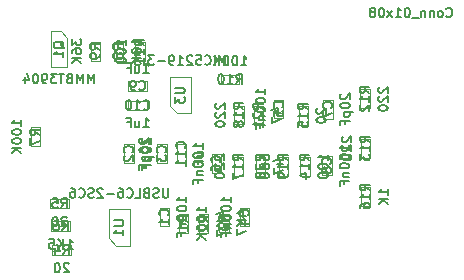
<source format=gbr>
G04 #@! TF.FileFunction,Other,Fab,Bot*
%FSLAX46Y46*%
G04 Gerber Fmt 4.6, Leading zero omitted, Abs format (unit mm)*
G04 Created by KiCad (PCBNEW 4.0.7) date 10/12/17 20:38:22*
%MOMM*%
%LPD*%
G01*
G04 APERTURE LIST*
%ADD10C,0.100000*%
%ADD11C,0.150000*%
G04 APERTURE END LIST*
D10*
X153371600Y-105862200D02*
X154171600Y-105862200D01*
X153371600Y-104262200D02*
X153371600Y-105862200D01*
X154171600Y-104262200D02*
X153371600Y-104262200D01*
X154171600Y-105862200D02*
X154171600Y-104262200D01*
X160890000Y-104139400D02*
X160890000Y-105739400D01*
X160890000Y-105739400D02*
X161690000Y-105739400D01*
X161690000Y-105739400D02*
X161690000Y-104139400D01*
X161690000Y-104139400D02*
X160890000Y-104139400D01*
X147720000Y-104787600D02*
X147720000Y-103187600D01*
X147720000Y-103187600D02*
X146920000Y-103187600D01*
X146920000Y-103187600D02*
X146920000Y-104787600D01*
X146920000Y-104787600D02*
X147720000Y-104787600D01*
X144126000Y-103187600D02*
X144126000Y-104787600D01*
X144126000Y-104787600D02*
X144926000Y-104787600D01*
X144926000Y-104787600D02*
X144926000Y-103187600D01*
X144926000Y-103187600D02*
X144126000Y-103187600D01*
X152317400Y-105613800D02*
X152317400Y-104013800D01*
X152317400Y-104013800D02*
X151517400Y-104013800D01*
X151517400Y-104013800D02*
X151517400Y-105613800D01*
X151517400Y-105613800D02*
X152317400Y-105613800D01*
X148545600Y-103187600D02*
X148545600Y-104787600D01*
X148545600Y-104787600D02*
X149345600Y-104787600D01*
X149345600Y-104787600D02*
X149345600Y-103187600D01*
X149345600Y-103187600D02*
X148545600Y-103187600D01*
X146049200Y-99472800D02*
X144449200Y-99472800D01*
X144449200Y-99472800D02*
X144449200Y-100272800D01*
X144449200Y-100272800D02*
X146049200Y-100272800D01*
X146049200Y-100272800D02*
X146049200Y-99472800D01*
X144449200Y-98647200D02*
X146049200Y-98647200D01*
X146049200Y-98647200D02*
X146049200Y-97847200D01*
X146049200Y-97847200D02*
X144449200Y-97847200D01*
X144449200Y-97847200D02*
X144449200Y-98647200D01*
X154679600Y-110135000D02*
X154679600Y-108535000D01*
X154679600Y-108535000D02*
X153879600Y-108535000D01*
X153879600Y-108535000D02*
X153879600Y-110135000D01*
X153879600Y-110135000D02*
X154679600Y-110135000D01*
X160966200Y-99428400D02*
X160966200Y-101028400D01*
X160966200Y-101028400D02*
X161766200Y-101028400D01*
X161766200Y-101028400D02*
X161766200Y-99428400D01*
X161766200Y-99428400D02*
X160966200Y-99428400D01*
X157600600Y-100991000D02*
X157600600Y-99391000D01*
X157600600Y-99391000D02*
X156800600Y-99391000D01*
X156800600Y-99391000D02*
X156800600Y-100991000D01*
X156800600Y-100991000D02*
X157600600Y-100991000D01*
X147123200Y-108535000D02*
X147123200Y-110135000D01*
X147123200Y-110135000D02*
X147923200Y-110135000D01*
X147923200Y-110135000D02*
X147923200Y-108535000D01*
X147923200Y-108535000D02*
X147123200Y-108535000D01*
X139298400Y-94188200D02*
X139298400Y-96638200D01*
X138748400Y-93618200D02*
X137898400Y-93618200D01*
X139298400Y-94188200D02*
X138748400Y-93618200D01*
X137898400Y-93618200D02*
X137898400Y-96658200D01*
X139298400Y-96658200D02*
X137898400Y-96658200D01*
X164141200Y-104312800D02*
X164941200Y-104312800D01*
X164141200Y-102712800D02*
X164141200Y-104312800D01*
X164941200Y-102712800D02*
X164141200Y-102712800D01*
X164941200Y-104312800D02*
X164941200Y-102712800D01*
X164915800Y-98531600D02*
X164115800Y-98531600D01*
X164915800Y-100131600D02*
X164915800Y-98531600D01*
X164115800Y-100131600D02*
X164915800Y-100131600D01*
X164115800Y-98531600D02*
X164115800Y-100131600D01*
X164941200Y-106802200D02*
X164141200Y-106802200D01*
X164941200Y-108402200D02*
X164941200Y-106802200D01*
X164141200Y-108402200D02*
X164941200Y-108402200D01*
X164141200Y-106802200D02*
X164141200Y-108402200D01*
X136201200Y-103347600D02*
X137001200Y-103347600D01*
X136201200Y-101747600D02*
X136201200Y-103347600D01*
X137001200Y-101747600D02*
X136201200Y-101747600D01*
X137001200Y-103347600D02*
X137001200Y-101747600D01*
X139552400Y-110509000D02*
X139552400Y-109709000D01*
X137952400Y-110509000D02*
X139552400Y-110509000D01*
X137952400Y-109709000D02*
X137952400Y-110509000D01*
X139552400Y-109709000D02*
X137952400Y-109709000D01*
X139628600Y-112515600D02*
X139628600Y-111715600D01*
X138028600Y-112515600D02*
X139628600Y-112515600D01*
X138028600Y-111715600D02*
X138028600Y-112515600D01*
X139628600Y-111715600D02*
X138028600Y-111715600D01*
X139450800Y-108604000D02*
X139450800Y-107804000D01*
X137850800Y-108604000D02*
X139450800Y-108604000D01*
X137850800Y-107804000D02*
X137850800Y-108604000D01*
X139450800Y-107804000D02*
X137850800Y-107804000D01*
X144037000Y-94508600D02*
X143237000Y-94508600D01*
X144037000Y-96108600D02*
X144037000Y-94508600D01*
X143237000Y-96108600D02*
X144037000Y-96108600D01*
X143237000Y-94508600D02*
X143237000Y-96108600D01*
X145040400Y-96108600D02*
X145840400Y-96108600D01*
X145040400Y-94508600D02*
X145040400Y-96108600D01*
X145840400Y-94508600D02*
X145040400Y-94508600D01*
X145840400Y-96108600D02*
X145840400Y-94508600D01*
X159835800Y-104236800D02*
X159035800Y-104236800D01*
X159835800Y-105836800D02*
X159835800Y-104236800D01*
X159035800Y-105836800D02*
X159835800Y-105836800D01*
X159035800Y-104236800D02*
X159035800Y-105836800D01*
X157181600Y-105862200D02*
X157981600Y-105862200D01*
X157181600Y-104262200D02*
X157181600Y-105862200D01*
X157981600Y-104262200D02*
X157181600Y-104262200D01*
X157981600Y-105862200D02*
X157981600Y-104262200D01*
X156076600Y-104236800D02*
X155276600Y-104236800D01*
X156076600Y-105836800D02*
X156076600Y-104236800D01*
X155276600Y-105836800D02*
X156076600Y-105836800D01*
X155276600Y-104236800D02*
X155276600Y-105836800D01*
X152278000Y-97288400D02*
X152278000Y-98088400D01*
X153878000Y-97288400D02*
X152278000Y-97288400D01*
X153878000Y-98088400D02*
X153878000Y-97288400D01*
X152278000Y-98088400D02*
X153878000Y-98088400D01*
X155898800Y-99918800D02*
X155098800Y-99918800D01*
X155898800Y-101518800D02*
X155898800Y-99918800D01*
X155098800Y-101518800D02*
X155898800Y-101518800D01*
X155098800Y-99918800D02*
X155098800Y-101518800D01*
X153422400Y-101493400D02*
X154222400Y-101493400D01*
X153422400Y-99893400D02*
X153422400Y-101493400D01*
X154222400Y-99893400D02*
X153422400Y-99893400D01*
X154222400Y-101493400D02*
X154222400Y-99893400D01*
X159683400Y-99936400D02*
X158883400Y-99936400D01*
X159683400Y-101536400D02*
X159683400Y-99936400D01*
X158883400Y-101536400D02*
X159683400Y-101536400D01*
X158883400Y-99936400D02*
X158883400Y-101536400D01*
X141281200Y-96108600D02*
X142081200Y-96108600D01*
X141281200Y-94508600D02*
X141281200Y-96108600D01*
X142081200Y-94508600D02*
X141281200Y-94508600D01*
X142081200Y-96108600D02*
X142081200Y-94508600D01*
X151250600Y-109088200D02*
X150450600Y-109088200D01*
X151250600Y-110688200D02*
X151250600Y-109088200D01*
X150450600Y-110688200D02*
X151250600Y-110688200D01*
X150450600Y-109088200D02*
X150450600Y-110688200D01*
X152952400Y-109037400D02*
X152152400Y-109037400D01*
X152952400Y-110637400D02*
X152952400Y-109037400D01*
X152152400Y-110637400D02*
X152952400Y-110637400D01*
X152152400Y-109037400D02*
X152152400Y-110637400D01*
X149548800Y-109062800D02*
X148748800Y-109062800D01*
X149548800Y-110662800D02*
X149548800Y-109062800D01*
X148748800Y-110662800D02*
X149548800Y-110662800D01*
X148748800Y-109062800D02*
X148748800Y-110662800D01*
X147961600Y-99894000D02*
X148611600Y-100544000D01*
X149761600Y-100544000D02*
X148611600Y-100544000D01*
X147961600Y-99894000D02*
X147961600Y-97444000D01*
X149761600Y-97444000D02*
X147961600Y-97444000D01*
X149761600Y-100544000D02*
X149761600Y-97444000D01*
X142795600Y-111136000D02*
X143445600Y-111786000D01*
X144595600Y-111786000D02*
X143445600Y-111786000D01*
X142795600Y-111136000D02*
X142795600Y-108686000D01*
X144595600Y-108686000D02*
X142795600Y-108686000D01*
X144595600Y-111786000D02*
X144595600Y-108686000D01*
D11*
X151859695Y-104071724D02*
X151821600Y-104109819D01*
X151783505Y-104186010D01*
X151783505Y-104376486D01*
X151821600Y-104452676D01*
X151859695Y-104490772D01*
X151935886Y-104528867D01*
X152012076Y-104528867D01*
X152126362Y-104490772D01*
X152583505Y-104033629D01*
X152583505Y-104528867D01*
X151859695Y-104833629D02*
X151821600Y-104871724D01*
X151783505Y-104947915D01*
X151783505Y-105138391D01*
X151821600Y-105214581D01*
X151859695Y-105252677D01*
X151935886Y-105290772D01*
X152012076Y-105290772D01*
X152126362Y-105252677D01*
X152583505Y-104795534D01*
X152583505Y-105290772D01*
X151783505Y-105786010D02*
X151783505Y-105862201D01*
X151821600Y-105938391D01*
X151859695Y-105976486D01*
X151935886Y-106014582D01*
X152088267Y-106052677D01*
X152278743Y-106052677D01*
X152431124Y-106014582D01*
X152507314Y-105976486D01*
X152545410Y-105938391D01*
X152583505Y-105862201D01*
X152583505Y-105786010D01*
X152545410Y-105709820D01*
X152507314Y-105671724D01*
X152431124Y-105633629D01*
X152278743Y-105595534D01*
X152088267Y-105595534D01*
X151935886Y-105633629D01*
X151859695Y-105671724D01*
X151821600Y-105709820D01*
X151783505Y-105786010D01*
X154133505Y-104547914D02*
X153752552Y-104281247D01*
X154133505Y-104090771D02*
X153333505Y-104090771D01*
X153333505Y-104395533D01*
X153371600Y-104471724D01*
X153409695Y-104509819D01*
X153485886Y-104547914D01*
X153600171Y-104547914D01*
X153676362Y-104509819D01*
X153714457Y-104471724D01*
X153752552Y-104395533D01*
X153752552Y-104090771D01*
X154133505Y-105309819D02*
X154133505Y-104852676D01*
X154133505Y-105081247D02*
X153333505Y-105081247D01*
X153447790Y-105005057D01*
X153523981Y-104928866D01*
X153562076Y-104852676D01*
X153333505Y-105576486D02*
X153333505Y-106109819D01*
X154133505Y-105766962D01*
X163151905Y-103701305D02*
X163151905Y-103244162D01*
X163151905Y-103472733D02*
X162351905Y-103472733D01*
X162466190Y-103396543D01*
X162542381Y-103320352D01*
X162580476Y-103244162D01*
X162351905Y-104196543D02*
X162351905Y-104272734D01*
X162390000Y-104348924D01*
X162428095Y-104387019D01*
X162504286Y-104425115D01*
X162656667Y-104463210D01*
X162847143Y-104463210D01*
X162999524Y-104425115D01*
X163075714Y-104387019D01*
X163113810Y-104348924D01*
X163151905Y-104272734D01*
X163151905Y-104196543D01*
X163113810Y-104120353D01*
X163075714Y-104082257D01*
X162999524Y-104044162D01*
X162847143Y-104006067D01*
X162656667Y-104006067D01*
X162504286Y-104044162D01*
X162428095Y-104082257D01*
X162390000Y-104120353D01*
X162351905Y-104196543D01*
X162351905Y-104958448D02*
X162351905Y-105034639D01*
X162390000Y-105110829D01*
X162428095Y-105148924D01*
X162504286Y-105187020D01*
X162656667Y-105225115D01*
X162847143Y-105225115D01*
X162999524Y-105187020D01*
X163075714Y-105148924D01*
X163113810Y-105110829D01*
X163151905Y-105034639D01*
X163151905Y-104958448D01*
X163113810Y-104882258D01*
X163075714Y-104844162D01*
X162999524Y-104806067D01*
X162847143Y-104767972D01*
X162656667Y-104767972D01*
X162504286Y-104806067D01*
X162428095Y-104844162D01*
X162390000Y-104882258D01*
X162351905Y-104958448D01*
X162618571Y-105567972D02*
X163151905Y-105567972D01*
X162694762Y-105567972D02*
X162656667Y-105606067D01*
X162618571Y-105682258D01*
X162618571Y-105796544D01*
X162656667Y-105872734D01*
X162732857Y-105910829D01*
X163151905Y-105910829D01*
X162732857Y-106558449D02*
X162732857Y-106291782D01*
X163151905Y-106291782D02*
X162351905Y-106291782D01*
X162351905Y-106672735D01*
X161575714Y-104806067D02*
X161613810Y-104767972D01*
X161651905Y-104653686D01*
X161651905Y-104577496D01*
X161613810Y-104463210D01*
X161537619Y-104387019D01*
X161461429Y-104348924D01*
X161309048Y-104310829D01*
X161194762Y-104310829D01*
X161042381Y-104348924D01*
X160966190Y-104387019D01*
X160890000Y-104463210D01*
X160851905Y-104577496D01*
X160851905Y-104653686D01*
X160890000Y-104767972D01*
X160928095Y-104806067D01*
X161194762Y-105263210D02*
X161156667Y-105187019D01*
X161118571Y-105148924D01*
X161042381Y-105110829D01*
X161004286Y-105110829D01*
X160928095Y-105148924D01*
X160890000Y-105187019D01*
X160851905Y-105263210D01*
X160851905Y-105415591D01*
X160890000Y-105491781D01*
X160928095Y-105529877D01*
X161004286Y-105567972D01*
X161042381Y-105567972D01*
X161118571Y-105529877D01*
X161156667Y-105491781D01*
X161194762Y-105415591D01*
X161194762Y-105263210D01*
X161232857Y-105187019D01*
X161270952Y-105148924D01*
X161347143Y-105110829D01*
X161499524Y-105110829D01*
X161575714Y-105148924D01*
X161613810Y-105187019D01*
X161651905Y-105263210D01*
X161651905Y-105415591D01*
X161613810Y-105491781D01*
X161575714Y-105529877D01*
X161499524Y-105567972D01*
X161347143Y-105567972D01*
X161270952Y-105529877D01*
X161232857Y-105491781D01*
X161194762Y-105415591D01*
X145458095Y-102673314D02*
X145420000Y-102711409D01*
X145381905Y-102787600D01*
X145381905Y-102978076D01*
X145420000Y-103054266D01*
X145458095Y-103092362D01*
X145534286Y-103130457D01*
X145610476Y-103130457D01*
X145724762Y-103092362D01*
X146181905Y-102635219D01*
X146181905Y-103130457D01*
X145381905Y-103625695D02*
X145381905Y-103701886D01*
X145420000Y-103778076D01*
X145458095Y-103816171D01*
X145534286Y-103854267D01*
X145686667Y-103892362D01*
X145877143Y-103892362D01*
X146029524Y-103854267D01*
X146105714Y-103816171D01*
X146143810Y-103778076D01*
X146181905Y-103701886D01*
X146181905Y-103625695D01*
X146143810Y-103549505D01*
X146105714Y-103511409D01*
X146029524Y-103473314D01*
X145877143Y-103435219D01*
X145686667Y-103435219D01*
X145534286Y-103473314D01*
X145458095Y-103511409D01*
X145420000Y-103549505D01*
X145381905Y-103625695D01*
X145648571Y-104235219D02*
X146448571Y-104235219D01*
X145686667Y-104235219D02*
X145648571Y-104311410D01*
X145648571Y-104463791D01*
X145686667Y-104539981D01*
X145724762Y-104578076D01*
X145800952Y-104616172D01*
X146029524Y-104616172D01*
X146105714Y-104578076D01*
X146143810Y-104539981D01*
X146181905Y-104463791D01*
X146181905Y-104311410D01*
X146143810Y-104235219D01*
X145762857Y-105225696D02*
X145762857Y-104959029D01*
X146181905Y-104959029D02*
X145381905Y-104959029D01*
X145381905Y-105339982D01*
X147605714Y-103854267D02*
X147643810Y-103816172D01*
X147681905Y-103701886D01*
X147681905Y-103625696D01*
X147643810Y-103511410D01*
X147567619Y-103435219D01*
X147491429Y-103397124D01*
X147339048Y-103359029D01*
X147224762Y-103359029D01*
X147072381Y-103397124D01*
X146996190Y-103435219D01*
X146920000Y-103511410D01*
X146881905Y-103625696D01*
X146881905Y-103701886D01*
X146920000Y-103816172D01*
X146958095Y-103854267D01*
X146881905Y-104120934D02*
X146881905Y-104616172D01*
X147186667Y-104349505D01*
X147186667Y-104463791D01*
X147224762Y-104539981D01*
X147262857Y-104578077D01*
X147339048Y-104616172D01*
X147529524Y-104616172D01*
X147605714Y-104578077D01*
X147643810Y-104539981D01*
X147681905Y-104463791D01*
X147681905Y-104235219D01*
X147643810Y-104159029D01*
X147605714Y-104120934D01*
X145664095Y-102673314D02*
X145626000Y-102711409D01*
X145587905Y-102787600D01*
X145587905Y-102978076D01*
X145626000Y-103054266D01*
X145664095Y-103092362D01*
X145740286Y-103130457D01*
X145816476Y-103130457D01*
X145930762Y-103092362D01*
X146387905Y-102635219D01*
X146387905Y-103130457D01*
X145587905Y-103625695D02*
X145587905Y-103701886D01*
X145626000Y-103778076D01*
X145664095Y-103816171D01*
X145740286Y-103854267D01*
X145892667Y-103892362D01*
X146083143Y-103892362D01*
X146235524Y-103854267D01*
X146311714Y-103816171D01*
X146349810Y-103778076D01*
X146387905Y-103701886D01*
X146387905Y-103625695D01*
X146349810Y-103549505D01*
X146311714Y-103511409D01*
X146235524Y-103473314D01*
X146083143Y-103435219D01*
X145892667Y-103435219D01*
X145740286Y-103473314D01*
X145664095Y-103511409D01*
X145626000Y-103549505D01*
X145587905Y-103625695D01*
X145854571Y-104235219D02*
X146654571Y-104235219D01*
X145892667Y-104235219D02*
X145854571Y-104311410D01*
X145854571Y-104463791D01*
X145892667Y-104539981D01*
X145930762Y-104578076D01*
X146006952Y-104616172D01*
X146235524Y-104616172D01*
X146311714Y-104578076D01*
X146349810Y-104539981D01*
X146387905Y-104463791D01*
X146387905Y-104311410D01*
X146349810Y-104235219D01*
X145968857Y-105225696D02*
X145968857Y-104959029D01*
X146387905Y-104959029D02*
X145587905Y-104959029D01*
X145587905Y-105339982D01*
X144811714Y-103854267D02*
X144849810Y-103816172D01*
X144887905Y-103701886D01*
X144887905Y-103625696D01*
X144849810Y-103511410D01*
X144773619Y-103435219D01*
X144697429Y-103397124D01*
X144545048Y-103359029D01*
X144430762Y-103359029D01*
X144278381Y-103397124D01*
X144202190Y-103435219D01*
X144126000Y-103511410D01*
X144087905Y-103625696D01*
X144087905Y-103701886D01*
X144126000Y-103816172D01*
X144164095Y-103854267D01*
X144164095Y-104159029D02*
X144126000Y-104197124D01*
X144087905Y-104273315D01*
X144087905Y-104463791D01*
X144126000Y-104539981D01*
X144164095Y-104578077D01*
X144240286Y-104616172D01*
X144316476Y-104616172D01*
X144430762Y-104578077D01*
X144887905Y-104120934D01*
X144887905Y-104616172D01*
X150779305Y-103575705D02*
X150779305Y-103118562D01*
X150779305Y-103347133D02*
X149979305Y-103347133D01*
X150093590Y-103270943D01*
X150169781Y-103194752D01*
X150207876Y-103118562D01*
X149979305Y-104070943D02*
X149979305Y-104147134D01*
X150017400Y-104223324D01*
X150055495Y-104261419D01*
X150131686Y-104299515D01*
X150284067Y-104337610D01*
X150474543Y-104337610D01*
X150626924Y-104299515D01*
X150703114Y-104261419D01*
X150741210Y-104223324D01*
X150779305Y-104147134D01*
X150779305Y-104070943D01*
X150741210Y-103994753D01*
X150703114Y-103956657D01*
X150626924Y-103918562D01*
X150474543Y-103880467D01*
X150284067Y-103880467D01*
X150131686Y-103918562D01*
X150055495Y-103956657D01*
X150017400Y-103994753D01*
X149979305Y-104070943D01*
X149979305Y-104832848D02*
X149979305Y-104909039D01*
X150017400Y-104985229D01*
X150055495Y-105023324D01*
X150131686Y-105061420D01*
X150284067Y-105099515D01*
X150474543Y-105099515D01*
X150626924Y-105061420D01*
X150703114Y-105023324D01*
X150741210Y-104985229D01*
X150779305Y-104909039D01*
X150779305Y-104832848D01*
X150741210Y-104756658D01*
X150703114Y-104718562D01*
X150626924Y-104680467D01*
X150474543Y-104642372D01*
X150284067Y-104642372D01*
X150131686Y-104680467D01*
X150055495Y-104718562D01*
X150017400Y-104756658D01*
X149979305Y-104832848D01*
X150245971Y-105442372D02*
X150779305Y-105442372D01*
X150322162Y-105442372D02*
X150284067Y-105480467D01*
X150245971Y-105556658D01*
X150245971Y-105670944D01*
X150284067Y-105747134D01*
X150360257Y-105785229D01*
X150779305Y-105785229D01*
X150360257Y-106432849D02*
X150360257Y-106166182D01*
X150779305Y-106166182D02*
X149979305Y-106166182D01*
X149979305Y-106547135D01*
X152203114Y-104680467D02*
X152241210Y-104642372D01*
X152279305Y-104528086D01*
X152279305Y-104451896D01*
X152241210Y-104337610D01*
X152165019Y-104261419D01*
X152088829Y-104223324D01*
X151936448Y-104185229D01*
X151822162Y-104185229D01*
X151669781Y-104223324D01*
X151593590Y-104261419D01*
X151517400Y-104337610D01*
X151479305Y-104451896D01*
X151479305Y-104528086D01*
X151517400Y-104642372D01*
X151555495Y-104680467D01*
X151479305Y-105366181D02*
X151479305Y-105213800D01*
X151517400Y-105137610D01*
X151555495Y-105099515D01*
X151669781Y-105023324D01*
X151822162Y-104985229D01*
X152126924Y-104985229D01*
X152203114Y-105023324D01*
X152241210Y-105061419D01*
X152279305Y-105137610D01*
X152279305Y-105289991D01*
X152241210Y-105366181D01*
X152203114Y-105404277D01*
X152126924Y-105442372D01*
X151936448Y-105442372D01*
X151860257Y-105404277D01*
X151822162Y-105366181D01*
X151784067Y-105289991D01*
X151784067Y-105137610D01*
X151822162Y-105061419D01*
X151860257Y-105023324D01*
X151936448Y-104985229D01*
X150807505Y-103511410D02*
X150807505Y-103054267D01*
X150807505Y-103282838D02*
X150007505Y-103282838D01*
X150121790Y-103206648D01*
X150197981Y-103130457D01*
X150236076Y-103054267D01*
X150274171Y-104197124D02*
X150807505Y-104197124D01*
X150274171Y-103854267D02*
X150693219Y-103854267D01*
X150769410Y-103892362D01*
X150807505Y-103968553D01*
X150807505Y-104082839D01*
X150769410Y-104159029D01*
X150731314Y-104197124D01*
X150388457Y-104844744D02*
X150388457Y-104578077D01*
X150807505Y-104578077D02*
X150007505Y-104578077D01*
X150007505Y-104959030D01*
X149231314Y-103473314D02*
X149269410Y-103435219D01*
X149307505Y-103320933D01*
X149307505Y-103244743D01*
X149269410Y-103130457D01*
X149193219Y-103054266D01*
X149117029Y-103016171D01*
X148964648Y-102978076D01*
X148850362Y-102978076D01*
X148697981Y-103016171D01*
X148621790Y-103054266D01*
X148545600Y-103130457D01*
X148507505Y-103244743D01*
X148507505Y-103320933D01*
X148545600Y-103435219D01*
X148583695Y-103473314D01*
X149307505Y-104235219D02*
X149307505Y-103778076D01*
X149307505Y-104006647D02*
X148507505Y-104006647D01*
X148621790Y-103930457D01*
X148697981Y-103854266D01*
X148736076Y-103778076D01*
X149307505Y-104997124D02*
X149307505Y-104539981D01*
X149307505Y-104768552D02*
X148507505Y-104768552D01*
X148621790Y-104692362D01*
X148697981Y-104616171D01*
X148736076Y-104539981D01*
X145725390Y-101734705D02*
X146182533Y-101734705D01*
X145953962Y-101734705D02*
X145953962Y-100934705D01*
X146030152Y-101048990D01*
X146106343Y-101125181D01*
X146182533Y-101163276D01*
X145039676Y-101201371D02*
X145039676Y-101734705D01*
X145382533Y-101201371D02*
X145382533Y-101620419D01*
X145344438Y-101696610D01*
X145268247Y-101734705D01*
X145153961Y-101734705D01*
X145077771Y-101696610D01*
X145039676Y-101658514D01*
X144392056Y-101315657D02*
X144658723Y-101315657D01*
X144658723Y-101734705D02*
X144658723Y-100934705D01*
X144277770Y-100934705D01*
X145763486Y-100158514D02*
X145801581Y-100196610D01*
X145915867Y-100234705D01*
X145992057Y-100234705D01*
X146106343Y-100196610D01*
X146182534Y-100120419D01*
X146220629Y-100044229D01*
X146258724Y-99891848D01*
X146258724Y-99777562D01*
X146220629Y-99625181D01*
X146182534Y-99548990D01*
X146106343Y-99472800D01*
X145992057Y-99434705D01*
X145915867Y-99434705D01*
X145801581Y-99472800D01*
X145763486Y-99510895D01*
X145001581Y-100234705D02*
X145458724Y-100234705D01*
X145230153Y-100234705D02*
X145230153Y-99434705D01*
X145306343Y-99548990D01*
X145382534Y-99625181D01*
X145458724Y-99663276D01*
X144506343Y-99434705D02*
X144430152Y-99434705D01*
X144353962Y-99472800D01*
X144315867Y-99510895D01*
X144277771Y-99587086D01*
X144239676Y-99739467D01*
X144239676Y-99929943D01*
X144277771Y-100082324D01*
X144315867Y-100158514D01*
X144353962Y-100196610D01*
X144430152Y-100234705D01*
X144506343Y-100234705D01*
X144582533Y-100196610D01*
X144620629Y-100158514D01*
X144658724Y-100082324D01*
X144696819Y-99929943D01*
X144696819Y-99739467D01*
X144658724Y-99587086D01*
X144620629Y-99510895D01*
X144582533Y-99472800D01*
X144506343Y-99434705D01*
X145725390Y-97109105D02*
X146182533Y-97109105D01*
X145953962Y-97109105D02*
X145953962Y-96309105D01*
X146030152Y-96423390D01*
X146106343Y-96499581D01*
X146182533Y-96537676D01*
X145039676Y-96575771D02*
X145039676Y-97109105D01*
X145382533Y-96575771D02*
X145382533Y-96994819D01*
X145344438Y-97071010D01*
X145268247Y-97109105D01*
X145153961Y-97109105D01*
X145077771Y-97071010D01*
X145039676Y-97032914D01*
X144392056Y-96690057D02*
X144658723Y-96690057D01*
X144658723Y-97109105D02*
X144658723Y-96309105D01*
X144277770Y-96309105D01*
X145382533Y-98532914D02*
X145420628Y-98571010D01*
X145534914Y-98609105D01*
X145611104Y-98609105D01*
X145725390Y-98571010D01*
X145801581Y-98494819D01*
X145839676Y-98418629D01*
X145877771Y-98266248D01*
X145877771Y-98151962D01*
X145839676Y-97999581D01*
X145801581Y-97923390D01*
X145725390Y-97847200D01*
X145611104Y-97809105D01*
X145534914Y-97809105D01*
X145420628Y-97847200D01*
X145382533Y-97885295D01*
X145001581Y-98609105D02*
X144849200Y-98609105D01*
X144773009Y-98571010D01*
X144734914Y-98532914D01*
X144658723Y-98418629D01*
X144620628Y-98266248D01*
X144620628Y-97961486D01*
X144658723Y-97885295D01*
X144696819Y-97847200D01*
X144773009Y-97809105D01*
X144925390Y-97809105D01*
X145001581Y-97847200D01*
X145039676Y-97885295D01*
X145077771Y-97961486D01*
X145077771Y-98151962D01*
X145039676Y-98228152D01*
X145001581Y-98266248D01*
X144925390Y-98304343D01*
X144773009Y-98304343D01*
X144696819Y-98266248D01*
X144658723Y-98228152D01*
X144620628Y-98151962D01*
X153141505Y-108096905D02*
X153141505Y-107639762D01*
X153141505Y-107868333D02*
X152341505Y-107868333D01*
X152455790Y-107792143D01*
X152531981Y-107715952D01*
X152570076Y-107639762D01*
X152341505Y-108592143D02*
X152341505Y-108668334D01*
X152379600Y-108744524D01*
X152417695Y-108782619D01*
X152493886Y-108820715D01*
X152646267Y-108858810D01*
X152836743Y-108858810D01*
X152989124Y-108820715D01*
X153065314Y-108782619D01*
X153103410Y-108744524D01*
X153141505Y-108668334D01*
X153141505Y-108592143D01*
X153103410Y-108515953D01*
X153065314Y-108477857D01*
X152989124Y-108439762D01*
X152836743Y-108401667D01*
X152646267Y-108401667D01*
X152493886Y-108439762D01*
X152417695Y-108477857D01*
X152379600Y-108515953D01*
X152341505Y-108592143D01*
X152341505Y-109354048D02*
X152341505Y-109430239D01*
X152379600Y-109506429D01*
X152417695Y-109544524D01*
X152493886Y-109582620D01*
X152646267Y-109620715D01*
X152836743Y-109620715D01*
X152989124Y-109582620D01*
X153065314Y-109544524D01*
X153103410Y-109506429D01*
X153141505Y-109430239D01*
X153141505Y-109354048D01*
X153103410Y-109277858D01*
X153065314Y-109239762D01*
X152989124Y-109201667D01*
X152836743Y-109163572D01*
X152646267Y-109163572D01*
X152493886Y-109201667D01*
X152417695Y-109239762D01*
X152379600Y-109277858D01*
X152341505Y-109354048D01*
X152608171Y-109963572D02*
X153141505Y-109963572D01*
X152684362Y-109963572D02*
X152646267Y-110001667D01*
X152608171Y-110077858D01*
X152608171Y-110192144D01*
X152646267Y-110268334D01*
X152722457Y-110306429D01*
X153141505Y-110306429D01*
X152722457Y-110954049D02*
X152722457Y-110687382D01*
X153141505Y-110687382D02*
X152341505Y-110687382D01*
X152341505Y-111068335D01*
X154565314Y-109201667D02*
X154603410Y-109163572D01*
X154641505Y-109049286D01*
X154641505Y-108973096D01*
X154603410Y-108858810D01*
X154527219Y-108782619D01*
X154451029Y-108744524D01*
X154298648Y-108706429D01*
X154184362Y-108706429D01*
X154031981Y-108744524D01*
X153955790Y-108782619D01*
X153879600Y-108858810D01*
X153841505Y-108973096D01*
X153841505Y-109049286D01*
X153879600Y-109163572D01*
X153917695Y-109201667D01*
X154108171Y-109887381D02*
X154641505Y-109887381D01*
X153803410Y-109696905D02*
X154374838Y-109506429D01*
X154374838Y-110001667D01*
X162504295Y-98914114D02*
X162466200Y-98952209D01*
X162428105Y-99028400D01*
X162428105Y-99218876D01*
X162466200Y-99295066D01*
X162504295Y-99333162D01*
X162580486Y-99371257D01*
X162656676Y-99371257D01*
X162770962Y-99333162D01*
X163228105Y-98876019D01*
X163228105Y-99371257D01*
X162428105Y-99866495D02*
X162428105Y-99942686D01*
X162466200Y-100018876D01*
X162504295Y-100056971D01*
X162580486Y-100095067D01*
X162732867Y-100133162D01*
X162923343Y-100133162D01*
X163075724Y-100095067D01*
X163151914Y-100056971D01*
X163190010Y-100018876D01*
X163228105Y-99942686D01*
X163228105Y-99866495D01*
X163190010Y-99790305D01*
X163151914Y-99752209D01*
X163075724Y-99714114D01*
X162923343Y-99676019D01*
X162732867Y-99676019D01*
X162580486Y-99714114D01*
X162504295Y-99752209D01*
X162466200Y-99790305D01*
X162428105Y-99866495D01*
X162694771Y-100476019D02*
X163494771Y-100476019D01*
X162732867Y-100476019D02*
X162694771Y-100552210D01*
X162694771Y-100704591D01*
X162732867Y-100780781D01*
X162770962Y-100818876D01*
X162847152Y-100856972D01*
X163075724Y-100856972D01*
X163151914Y-100818876D01*
X163190010Y-100780781D01*
X163228105Y-100704591D01*
X163228105Y-100552210D01*
X163190010Y-100476019D01*
X162809057Y-101466496D02*
X162809057Y-101199829D01*
X163228105Y-101199829D02*
X162428105Y-101199829D01*
X162428105Y-101580782D01*
X161651914Y-100095067D02*
X161690010Y-100056972D01*
X161728105Y-99942686D01*
X161728105Y-99866496D01*
X161690010Y-99752210D01*
X161613819Y-99676019D01*
X161537629Y-99637924D01*
X161385248Y-99599829D01*
X161270962Y-99599829D01*
X161118581Y-99637924D01*
X161042390Y-99676019D01*
X160966200Y-99752210D01*
X160928105Y-99866496D01*
X160928105Y-99942686D01*
X160966200Y-100056972D01*
X161004295Y-100095067D01*
X160928105Y-100361734D02*
X160928105Y-100895067D01*
X161728105Y-100552210D01*
X156062505Y-98952905D02*
X156062505Y-98495762D01*
X156062505Y-98724333D02*
X155262505Y-98724333D01*
X155376790Y-98648143D01*
X155452981Y-98571952D01*
X155491076Y-98495762D01*
X155262505Y-99448143D02*
X155262505Y-99524334D01*
X155300600Y-99600524D01*
X155338695Y-99638619D01*
X155414886Y-99676715D01*
X155567267Y-99714810D01*
X155757743Y-99714810D01*
X155910124Y-99676715D01*
X155986314Y-99638619D01*
X156024410Y-99600524D01*
X156062505Y-99524334D01*
X156062505Y-99448143D01*
X156024410Y-99371953D01*
X155986314Y-99333857D01*
X155910124Y-99295762D01*
X155757743Y-99257667D01*
X155567267Y-99257667D01*
X155414886Y-99295762D01*
X155338695Y-99333857D01*
X155300600Y-99371953D01*
X155262505Y-99448143D01*
X155262505Y-100210048D02*
X155262505Y-100286239D01*
X155300600Y-100362429D01*
X155338695Y-100400524D01*
X155414886Y-100438620D01*
X155567267Y-100476715D01*
X155757743Y-100476715D01*
X155910124Y-100438620D01*
X155986314Y-100400524D01*
X156024410Y-100362429D01*
X156062505Y-100286239D01*
X156062505Y-100210048D01*
X156024410Y-100133858D01*
X155986314Y-100095762D01*
X155910124Y-100057667D01*
X155757743Y-100019572D01*
X155567267Y-100019572D01*
X155414886Y-100057667D01*
X155338695Y-100095762D01*
X155300600Y-100133858D01*
X155262505Y-100210048D01*
X155529171Y-100819572D02*
X156062505Y-100819572D01*
X155605362Y-100819572D02*
X155567267Y-100857667D01*
X155529171Y-100933858D01*
X155529171Y-101048144D01*
X155567267Y-101124334D01*
X155643457Y-101162429D01*
X156062505Y-101162429D01*
X155643457Y-101810049D02*
X155643457Y-101543382D01*
X156062505Y-101543382D02*
X155262505Y-101543382D01*
X155262505Y-101924335D01*
X157486314Y-100057667D02*
X157524410Y-100019572D01*
X157562505Y-99905286D01*
X157562505Y-99829096D01*
X157524410Y-99714810D01*
X157448219Y-99638619D01*
X157372029Y-99600524D01*
X157219648Y-99562429D01*
X157105362Y-99562429D01*
X156952981Y-99600524D01*
X156876790Y-99638619D01*
X156800600Y-99714810D01*
X156762505Y-99829096D01*
X156762505Y-99905286D01*
X156800600Y-100019572D01*
X156838695Y-100057667D01*
X156762505Y-100781477D02*
X156762505Y-100400524D01*
X157143457Y-100362429D01*
X157105362Y-100400524D01*
X157067267Y-100476715D01*
X157067267Y-100667191D01*
X157105362Y-100743381D01*
X157143457Y-100781477D01*
X157219648Y-100819572D01*
X157410124Y-100819572D01*
X157486314Y-100781477D01*
X157524410Y-100743381D01*
X157562505Y-100667191D01*
X157562505Y-100476715D01*
X157524410Y-100400524D01*
X157486314Y-100362429D01*
X149385105Y-108096905D02*
X149385105Y-107639762D01*
X149385105Y-107868333D02*
X148585105Y-107868333D01*
X148699390Y-107792143D01*
X148775581Y-107715952D01*
X148813676Y-107639762D01*
X148585105Y-108592143D02*
X148585105Y-108668334D01*
X148623200Y-108744524D01*
X148661295Y-108782619D01*
X148737486Y-108820715D01*
X148889867Y-108858810D01*
X149080343Y-108858810D01*
X149232724Y-108820715D01*
X149308914Y-108782619D01*
X149347010Y-108744524D01*
X149385105Y-108668334D01*
X149385105Y-108592143D01*
X149347010Y-108515953D01*
X149308914Y-108477857D01*
X149232724Y-108439762D01*
X149080343Y-108401667D01*
X148889867Y-108401667D01*
X148737486Y-108439762D01*
X148661295Y-108477857D01*
X148623200Y-108515953D01*
X148585105Y-108592143D01*
X148585105Y-109354048D02*
X148585105Y-109430239D01*
X148623200Y-109506429D01*
X148661295Y-109544524D01*
X148737486Y-109582620D01*
X148889867Y-109620715D01*
X149080343Y-109620715D01*
X149232724Y-109582620D01*
X149308914Y-109544524D01*
X149347010Y-109506429D01*
X149385105Y-109430239D01*
X149385105Y-109354048D01*
X149347010Y-109277858D01*
X149308914Y-109239762D01*
X149232724Y-109201667D01*
X149080343Y-109163572D01*
X148889867Y-109163572D01*
X148737486Y-109201667D01*
X148661295Y-109239762D01*
X148623200Y-109277858D01*
X148585105Y-109354048D01*
X148851771Y-109963572D02*
X149385105Y-109963572D01*
X148927962Y-109963572D02*
X148889867Y-110001667D01*
X148851771Y-110077858D01*
X148851771Y-110192144D01*
X148889867Y-110268334D01*
X148966057Y-110306429D01*
X149385105Y-110306429D01*
X148966057Y-110954049D02*
X148966057Y-110687382D01*
X149385105Y-110687382D02*
X148585105Y-110687382D01*
X148585105Y-111068335D01*
X147808914Y-109201667D02*
X147847010Y-109163572D01*
X147885105Y-109049286D01*
X147885105Y-108973096D01*
X147847010Y-108858810D01*
X147770819Y-108782619D01*
X147694629Y-108744524D01*
X147542248Y-108706429D01*
X147427962Y-108706429D01*
X147275581Y-108744524D01*
X147199390Y-108782619D01*
X147123200Y-108858810D01*
X147085105Y-108973096D01*
X147085105Y-109049286D01*
X147123200Y-109163572D01*
X147161295Y-109201667D01*
X147885105Y-109963572D02*
X147885105Y-109506429D01*
X147885105Y-109735000D02*
X147085105Y-109735000D01*
X147199390Y-109658810D01*
X147275581Y-109582619D01*
X147313676Y-109506429D01*
X141550782Y-98000105D02*
X141550782Y-97200105D01*
X141284115Y-97771533D01*
X141017448Y-97200105D01*
X141017448Y-98000105D01*
X140636496Y-98000105D02*
X140636496Y-97200105D01*
X140369829Y-97771533D01*
X140103162Y-97200105D01*
X140103162Y-98000105D01*
X139455543Y-97581057D02*
X139341257Y-97619152D01*
X139303162Y-97657248D01*
X139265067Y-97733438D01*
X139265067Y-97847724D01*
X139303162Y-97923914D01*
X139341257Y-97962010D01*
X139417448Y-98000105D01*
X139722210Y-98000105D01*
X139722210Y-97200105D01*
X139455543Y-97200105D01*
X139379353Y-97238200D01*
X139341257Y-97276295D01*
X139303162Y-97352486D01*
X139303162Y-97428676D01*
X139341257Y-97504867D01*
X139379353Y-97542962D01*
X139455543Y-97581057D01*
X139722210Y-97581057D01*
X139036496Y-97200105D02*
X138579353Y-97200105D01*
X138807924Y-98000105D02*
X138807924Y-97200105D01*
X138388876Y-97200105D02*
X137893638Y-97200105D01*
X138160305Y-97504867D01*
X138046019Y-97504867D01*
X137969829Y-97542962D01*
X137931733Y-97581057D01*
X137893638Y-97657248D01*
X137893638Y-97847724D01*
X137931733Y-97923914D01*
X137969829Y-97962010D01*
X138046019Y-98000105D01*
X138274591Y-98000105D01*
X138350781Y-97962010D01*
X138388876Y-97923914D01*
X137512686Y-98000105D02*
X137360305Y-98000105D01*
X137284114Y-97962010D01*
X137246019Y-97923914D01*
X137169828Y-97809629D01*
X137131733Y-97657248D01*
X137131733Y-97352486D01*
X137169828Y-97276295D01*
X137207924Y-97238200D01*
X137284114Y-97200105D01*
X137436495Y-97200105D01*
X137512686Y-97238200D01*
X137550781Y-97276295D01*
X137588876Y-97352486D01*
X137588876Y-97542962D01*
X137550781Y-97619152D01*
X137512686Y-97657248D01*
X137436495Y-97695343D01*
X137284114Y-97695343D01*
X137207924Y-97657248D01*
X137169828Y-97619152D01*
X137131733Y-97542962D01*
X136636495Y-97200105D02*
X136560304Y-97200105D01*
X136484114Y-97238200D01*
X136446019Y-97276295D01*
X136407923Y-97352486D01*
X136369828Y-97504867D01*
X136369828Y-97695343D01*
X136407923Y-97847724D01*
X136446019Y-97923914D01*
X136484114Y-97962010D01*
X136560304Y-98000105D01*
X136636495Y-98000105D01*
X136712685Y-97962010D01*
X136750781Y-97923914D01*
X136788876Y-97847724D01*
X136826971Y-97695343D01*
X136826971Y-97504867D01*
X136788876Y-97352486D01*
X136750781Y-97276295D01*
X136712685Y-97238200D01*
X136636495Y-97200105D01*
X135684114Y-97466771D02*
X135684114Y-98000105D01*
X135874590Y-97162010D02*
X136065066Y-97733438D01*
X135569828Y-97733438D01*
X139036495Y-95062010D02*
X138998400Y-94985819D01*
X138922210Y-94909629D01*
X138807924Y-94795343D01*
X138769829Y-94719152D01*
X138769829Y-94642962D01*
X138960305Y-94681057D02*
X138922210Y-94604867D01*
X138846019Y-94528676D01*
X138693638Y-94490581D01*
X138426971Y-94490581D01*
X138274590Y-94528676D01*
X138198400Y-94604867D01*
X138160305Y-94681057D01*
X138160305Y-94833438D01*
X138198400Y-94909629D01*
X138274590Y-94985819D01*
X138426971Y-95023914D01*
X138693638Y-95023914D01*
X138846019Y-94985819D01*
X138922210Y-94909629D01*
X138960305Y-94833438D01*
X138960305Y-94681057D01*
X138960305Y-95785819D02*
X138960305Y-95328676D01*
X138960305Y-95557247D02*
X138160305Y-95557247D01*
X138274590Y-95481057D01*
X138350781Y-95404866D01*
X138388876Y-95328676D01*
X162629295Y-102522324D02*
X162591200Y-102560419D01*
X162553105Y-102636610D01*
X162553105Y-102827086D01*
X162591200Y-102903276D01*
X162629295Y-102941372D01*
X162705486Y-102979467D01*
X162781676Y-102979467D01*
X162895962Y-102941372D01*
X163353105Y-102484229D01*
X163353105Y-102979467D01*
X162629295Y-103284229D02*
X162591200Y-103322324D01*
X162553105Y-103398515D01*
X162553105Y-103588991D01*
X162591200Y-103665181D01*
X162629295Y-103703277D01*
X162705486Y-103741372D01*
X162781676Y-103741372D01*
X162895962Y-103703277D01*
X163353105Y-103246134D01*
X163353105Y-103741372D01*
X162553105Y-104236610D02*
X162553105Y-104312801D01*
X162591200Y-104388991D01*
X162629295Y-104427086D01*
X162705486Y-104465182D01*
X162857867Y-104503277D01*
X163048343Y-104503277D01*
X163200724Y-104465182D01*
X163276914Y-104427086D01*
X163315010Y-104388991D01*
X163353105Y-104312801D01*
X163353105Y-104236610D01*
X163315010Y-104160420D01*
X163276914Y-104122324D01*
X163200724Y-104084229D01*
X163048343Y-104046134D01*
X162857867Y-104046134D01*
X162705486Y-104084229D01*
X162629295Y-104122324D01*
X162591200Y-104160420D01*
X162553105Y-104236610D01*
X164903105Y-102998514D02*
X164522152Y-102731847D01*
X164903105Y-102541371D02*
X164103105Y-102541371D01*
X164103105Y-102846133D01*
X164141200Y-102922324D01*
X164179295Y-102960419D01*
X164255486Y-102998514D01*
X164369771Y-102998514D01*
X164445962Y-102960419D01*
X164484057Y-102922324D01*
X164522152Y-102846133D01*
X164522152Y-102541371D01*
X164903105Y-103760419D02*
X164903105Y-103303276D01*
X164903105Y-103531847D02*
X164103105Y-103531847D01*
X164217390Y-103455657D01*
X164293581Y-103379466D01*
X164331676Y-103303276D01*
X164103105Y-104027086D02*
X164103105Y-104522324D01*
X164407867Y-104255657D01*
X164407867Y-104369943D01*
X164445962Y-104446133D01*
X164484057Y-104484229D01*
X164560248Y-104522324D01*
X164750724Y-104522324D01*
X164826914Y-104484229D01*
X164865010Y-104446133D01*
X164903105Y-104369943D01*
X164903105Y-104141371D01*
X164865010Y-104065181D01*
X164826914Y-104027086D01*
X165703895Y-98341124D02*
X165665800Y-98379219D01*
X165627705Y-98455410D01*
X165627705Y-98645886D01*
X165665800Y-98722076D01*
X165703895Y-98760172D01*
X165780086Y-98798267D01*
X165856276Y-98798267D01*
X165970562Y-98760172D01*
X166427705Y-98303029D01*
X166427705Y-98798267D01*
X165703895Y-99103029D02*
X165665800Y-99141124D01*
X165627705Y-99217315D01*
X165627705Y-99407791D01*
X165665800Y-99483981D01*
X165703895Y-99522077D01*
X165780086Y-99560172D01*
X165856276Y-99560172D01*
X165970562Y-99522077D01*
X166427705Y-99064934D01*
X166427705Y-99560172D01*
X165627705Y-100055410D02*
X165627705Y-100131601D01*
X165665800Y-100207791D01*
X165703895Y-100245886D01*
X165780086Y-100283982D01*
X165932467Y-100322077D01*
X166122943Y-100322077D01*
X166275324Y-100283982D01*
X166351514Y-100245886D01*
X166389610Y-100207791D01*
X166427705Y-100131601D01*
X166427705Y-100055410D01*
X166389610Y-99979220D01*
X166351514Y-99941124D01*
X166275324Y-99903029D01*
X166122943Y-99864934D01*
X165932467Y-99864934D01*
X165780086Y-99903029D01*
X165703895Y-99941124D01*
X165665800Y-99979220D01*
X165627705Y-100055410D01*
X164877705Y-98817314D02*
X164496752Y-98550647D01*
X164877705Y-98360171D02*
X164077705Y-98360171D01*
X164077705Y-98664933D01*
X164115800Y-98741124D01*
X164153895Y-98779219D01*
X164230086Y-98817314D01*
X164344371Y-98817314D01*
X164420562Y-98779219D01*
X164458657Y-98741124D01*
X164496752Y-98664933D01*
X164496752Y-98360171D01*
X164877705Y-99579219D02*
X164877705Y-99122076D01*
X164877705Y-99350647D02*
X164077705Y-99350647D01*
X164191990Y-99274457D01*
X164268181Y-99198266D01*
X164306276Y-99122076D01*
X164153895Y-99883981D02*
X164115800Y-99922076D01*
X164077705Y-99998267D01*
X164077705Y-100188743D01*
X164115800Y-100264933D01*
X164153895Y-100303029D01*
X164230086Y-100341124D01*
X164306276Y-100341124D01*
X164420562Y-100303029D01*
X164877705Y-99845886D01*
X164877705Y-100341124D01*
X166453105Y-107430772D02*
X166453105Y-106973629D01*
X166453105Y-107202200D02*
X165653105Y-107202200D01*
X165767390Y-107126010D01*
X165843581Y-107049819D01*
X165881676Y-106973629D01*
X166453105Y-107773629D02*
X165653105Y-107773629D01*
X166453105Y-108230772D02*
X165995962Y-107887915D01*
X165653105Y-108230772D02*
X166110248Y-107773629D01*
X164903105Y-107087914D02*
X164522152Y-106821247D01*
X164903105Y-106630771D02*
X164103105Y-106630771D01*
X164103105Y-106935533D01*
X164141200Y-107011724D01*
X164179295Y-107049819D01*
X164255486Y-107087914D01*
X164369771Y-107087914D01*
X164445962Y-107049819D01*
X164484057Y-107011724D01*
X164522152Y-106935533D01*
X164522152Y-106630771D01*
X164903105Y-107849819D02*
X164903105Y-107392676D01*
X164903105Y-107621247D02*
X164103105Y-107621247D01*
X164217390Y-107545057D01*
X164293581Y-107468866D01*
X164331676Y-107392676D01*
X164103105Y-108535533D02*
X164103105Y-108383152D01*
X164141200Y-108306962D01*
X164179295Y-108268867D01*
X164293581Y-108192676D01*
X164445962Y-108154581D01*
X164750724Y-108154581D01*
X164826914Y-108192676D01*
X164865010Y-108230771D01*
X164903105Y-108306962D01*
X164903105Y-108459343D01*
X164865010Y-108535533D01*
X164826914Y-108573629D01*
X164750724Y-108611724D01*
X164560248Y-108611724D01*
X164484057Y-108573629D01*
X164445962Y-108535533D01*
X164407867Y-108459343D01*
X164407867Y-108306962D01*
X164445962Y-108230771D01*
X164484057Y-108192676D01*
X164560248Y-108154581D01*
X135413105Y-101614267D02*
X135413105Y-101157124D01*
X135413105Y-101385695D02*
X134613105Y-101385695D01*
X134727390Y-101309505D01*
X134803581Y-101233314D01*
X134841676Y-101157124D01*
X134613105Y-102109505D02*
X134613105Y-102185696D01*
X134651200Y-102261886D01*
X134689295Y-102299981D01*
X134765486Y-102338077D01*
X134917867Y-102376172D01*
X135108343Y-102376172D01*
X135260724Y-102338077D01*
X135336914Y-102299981D01*
X135375010Y-102261886D01*
X135413105Y-102185696D01*
X135413105Y-102109505D01*
X135375010Y-102033315D01*
X135336914Y-101995219D01*
X135260724Y-101957124D01*
X135108343Y-101919029D01*
X134917867Y-101919029D01*
X134765486Y-101957124D01*
X134689295Y-101995219D01*
X134651200Y-102033315D01*
X134613105Y-102109505D01*
X134613105Y-102871410D02*
X134613105Y-102947601D01*
X134651200Y-103023791D01*
X134689295Y-103061886D01*
X134765486Y-103099982D01*
X134917867Y-103138077D01*
X135108343Y-103138077D01*
X135260724Y-103099982D01*
X135336914Y-103061886D01*
X135375010Y-103023791D01*
X135413105Y-102947601D01*
X135413105Y-102871410D01*
X135375010Y-102795220D01*
X135336914Y-102757124D01*
X135260724Y-102719029D01*
X135108343Y-102680934D01*
X134917867Y-102680934D01*
X134765486Y-102719029D01*
X134689295Y-102757124D01*
X134651200Y-102795220D01*
X134613105Y-102871410D01*
X135413105Y-103480934D02*
X134613105Y-103480934D01*
X135413105Y-103938077D02*
X134955962Y-103595220D01*
X134613105Y-103938077D02*
X135070248Y-103480934D01*
X136963105Y-102414267D02*
X136582152Y-102147600D01*
X136963105Y-101957124D02*
X136163105Y-101957124D01*
X136163105Y-102261886D01*
X136201200Y-102338077D01*
X136239295Y-102376172D01*
X136315486Y-102414267D01*
X136429771Y-102414267D01*
X136505962Y-102376172D01*
X136544057Y-102338077D01*
X136582152Y-102261886D01*
X136582152Y-101957124D01*
X136163105Y-102680934D02*
X136163105Y-103214267D01*
X136963105Y-102871410D01*
X139304781Y-112020905D02*
X139761924Y-112020905D01*
X139533353Y-112020905D02*
X139533353Y-111220905D01*
X139609543Y-111335190D01*
X139685734Y-111411381D01*
X139761924Y-111449476D01*
X138961924Y-112020905D02*
X138961924Y-111220905D01*
X138504781Y-112020905D02*
X138847638Y-111563762D01*
X138504781Y-111220905D02*
X138961924Y-111678048D01*
X137780971Y-111220905D02*
X138161924Y-111220905D01*
X138200019Y-111601857D01*
X138161924Y-111563762D01*
X138085733Y-111525667D01*
X137895257Y-111525667D01*
X137819067Y-111563762D01*
X137780971Y-111601857D01*
X137742876Y-111678048D01*
X137742876Y-111868524D01*
X137780971Y-111944714D01*
X137819067Y-111982810D01*
X137895257Y-112020905D01*
X138085733Y-112020905D01*
X138161924Y-111982810D01*
X138200019Y-111944714D01*
X138885733Y-110470905D02*
X139152400Y-110089952D01*
X139342876Y-110470905D02*
X139342876Y-109670905D01*
X139038114Y-109670905D01*
X138961923Y-109709000D01*
X138923828Y-109747095D01*
X138885733Y-109823286D01*
X138885733Y-109937571D01*
X138923828Y-110013762D01*
X138961923Y-110051857D01*
X139038114Y-110089952D01*
X139342876Y-110089952D01*
X138200019Y-109670905D02*
X138352400Y-109670905D01*
X138428590Y-109709000D01*
X138466685Y-109747095D01*
X138542876Y-109861381D01*
X138580971Y-110013762D01*
X138580971Y-110318524D01*
X138542876Y-110394714D01*
X138504781Y-110432810D01*
X138428590Y-110470905D01*
X138276209Y-110470905D01*
X138200019Y-110432810D01*
X138161923Y-110394714D01*
X138123828Y-110318524D01*
X138123828Y-110128048D01*
X138161923Y-110051857D01*
X138200019Y-110013762D01*
X138276209Y-109975667D01*
X138428590Y-109975667D01*
X138504781Y-110013762D01*
X138542876Y-110051857D01*
X138580971Y-110128048D01*
X139438124Y-113303695D02*
X139400029Y-113265600D01*
X139323838Y-113227505D01*
X139133362Y-113227505D01*
X139057172Y-113265600D01*
X139019076Y-113303695D01*
X138980981Y-113379886D01*
X138980981Y-113456076D01*
X139019076Y-113570362D01*
X139476219Y-114027505D01*
X138980981Y-114027505D01*
X138485743Y-113227505D02*
X138409552Y-113227505D01*
X138333362Y-113265600D01*
X138295267Y-113303695D01*
X138257171Y-113379886D01*
X138219076Y-113532267D01*
X138219076Y-113722743D01*
X138257171Y-113875124D01*
X138295267Y-113951314D01*
X138333362Y-113989410D01*
X138409552Y-114027505D01*
X138485743Y-114027505D01*
X138561933Y-113989410D01*
X138600029Y-113951314D01*
X138638124Y-113875124D01*
X138676219Y-113722743D01*
X138676219Y-113532267D01*
X138638124Y-113379886D01*
X138600029Y-113303695D01*
X138561933Y-113265600D01*
X138485743Y-113227505D01*
X138961933Y-112477505D02*
X139228600Y-112096552D01*
X139419076Y-112477505D02*
X139419076Y-111677505D01*
X139114314Y-111677505D01*
X139038123Y-111715600D01*
X139000028Y-111753695D01*
X138961933Y-111829886D01*
X138961933Y-111944171D01*
X139000028Y-112020362D01*
X139038123Y-112058457D01*
X139114314Y-112096552D01*
X139419076Y-112096552D01*
X138276219Y-111944171D02*
X138276219Y-112477505D01*
X138466695Y-111639410D02*
X138657171Y-112210838D01*
X138161933Y-112210838D01*
X139260324Y-109392095D02*
X139222229Y-109354000D01*
X139146038Y-109315905D01*
X138955562Y-109315905D01*
X138879372Y-109354000D01*
X138841276Y-109392095D01*
X138803181Y-109468286D01*
X138803181Y-109544476D01*
X138841276Y-109658762D01*
X139298419Y-110115905D01*
X138803181Y-110115905D01*
X138307943Y-109315905D02*
X138231752Y-109315905D01*
X138155562Y-109354000D01*
X138117467Y-109392095D01*
X138079371Y-109468286D01*
X138041276Y-109620667D01*
X138041276Y-109811143D01*
X138079371Y-109963524D01*
X138117467Y-110039714D01*
X138155562Y-110077810D01*
X138231752Y-110115905D01*
X138307943Y-110115905D01*
X138384133Y-110077810D01*
X138422229Y-110039714D01*
X138460324Y-109963524D01*
X138498419Y-109811143D01*
X138498419Y-109620667D01*
X138460324Y-109468286D01*
X138422229Y-109392095D01*
X138384133Y-109354000D01*
X138307943Y-109315905D01*
X138784133Y-108565905D02*
X139050800Y-108184952D01*
X139241276Y-108565905D02*
X139241276Y-107765905D01*
X138936514Y-107765905D01*
X138860323Y-107804000D01*
X138822228Y-107842095D01*
X138784133Y-107918286D01*
X138784133Y-108032571D01*
X138822228Y-108108762D01*
X138860323Y-108146857D01*
X138936514Y-108184952D01*
X139241276Y-108184952D01*
X138060323Y-107765905D02*
X138441276Y-107765905D01*
X138479371Y-108146857D01*
X138441276Y-108108762D01*
X138365085Y-108070667D01*
X138174609Y-108070667D01*
X138098419Y-108108762D01*
X138060323Y-108146857D01*
X138022228Y-108223048D01*
X138022228Y-108413524D01*
X138060323Y-108489714D01*
X138098419Y-108527810D01*
X138174609Y-108565905D01*
X138365085Y-108565905D01*
X138441276Y-108527810D01*
X138479371Y-108489714D01*
X145548905Y-94756219D02*
X145548905Y-94299076D01*
X145548905Y-94527647D02*
X144748905Y-94527647D01*
X144863190Y-94451457D01*
X144939381Y-94375266D01*
X144977476Y-94299076D01*
X144748905Y-95251457D02*
X144748905Y-95327648D01*
X144787000Y-95403838D01*
X144825095Y-95441933D01*
X144901286Y-95480029D01*
X145053667Y-95518124D01*
X145244143Y-95518124D01*
X145396524Y-95480029D01*
X145472714Y-95441933D01*
X145510810Y-95403838D01*
X145548905Y-95327648D01*
X145548905Y-95251457D01*
X145510810Y-95175267D01*
X145472714Y-95137171D01*
X145396524Y-95099076D01*
X145244143Y-95060981D01*
X145053667Y-95060981D01*
X144901286Y-95099076D01*
X144825095Y-95137171D01*
X144787000Y-95175267D01*
X144748905Y-95251457D01*
X145548905Y-95860981D02*
X144748905Y-95860981D01*
X145548905Y-96318124D02*
X145091762Y-95975267D01*
X144748905Y-96318124D02*
X145206048Y-95860981D01*
X143998905Y-95175267D02*
X143617952Y-94908600D01*
X143998905Y-94718124D02*
X143198905Y-94718124D01*
X143198905Y-95022886D01*
X143237000Y-95099077D01*
X143275095Y-95137172D01*
X143351286Y-95175267D01*
X143465571Y-95175267D01*
X143541762Y-95137172D01*
X143579857Y-95099077D01*
X143617952Y-95022886D01*
X143617952Y-94718124D01*
X143541762Y-95632410D02*
X143503667Y-95556219D01*
X143465571Y-95518124D01*
X143389381Y-95480029D01*
X143351286Y-95480029D01*
X143275095Y-95518124D01*
X143237000Y-95556219D01*
X143198905Y-95632410D01*
X143198905Y-95784791D01*
X143237000Y-95860981D01*
X143275095Y-95899077D01*
X143351286Y-95937172D01*
X143389381Y-95937172D01*
X143465571Y-95899077D01*
X143503667Y-95860981D01*
X143541762Y-95784791D01*
X143541762Y-95632410D01*
X143579857Y-95556219D01*
X143617952Y-95518124D01*
X143694143Y-95480029D01*
X143846524Y-95480029D01*
X143922714Y-95518124D01*
X143960810Y-95556219D01*
X143998905Y-95632410D01*
X143998905Y-95784791D01*
X143960810Y-95860981D01*
X143922714Y-95899077D01*
X143846524Y-95937172D01*
X143694143Y-95937172D01*
X143617952Y-95899077D01*
X143579857Y-95860981D01*
X143541762Y-95784791D01*
X144252305Y-94775267D02*
X144252305Y-94318124D01*
X144252305Y-94546695D02*
X143452305Y-94546695D01*
X143566590Y-94470505D01*
X143642781Y-94394314D01*
X143680876Y-94318124D01*
X143452305Y-95270505D02*
X143452305Y-95346696D01*
X143490400Y-95422886D01*
X143528495Y-95460981D01*
X143604686Y-95499077D01*
X143757067Y-95537172D01*
X143947543Y-95537172D01*
X144099924Y-95499077D01*
X144176114Y-95460981D01*
X144214210Y-95422886D01*
X144252305Y-95346696D01*
X144252305Y-95270505D01*
X144214210Y-95194315D01*
X144176114Y-95156219D01*
X144099924Y-95118124D01*
X143947543Y-95080029D01*
X143757067Y-95080029D01*
X143604686Y-95118124D01*
X143528495Y-95156219D01*
X143490400Y-95194315D01*
X143452305Y-95270505D01*
X143452305Y-96032410D02*
X143452305Y-96108601D01*
X143490400Y-96184791D01*
X143528495Y-96222886D01*
X143604686Y-96260982D01*
X143757067Y-96299077D01*
X143947543Y-96299077D01*
X144099924Y-96260982D01*
X144176114Y-96222886D01*
X144214210Y-96184791D01*
X144252305Y-96108601D01*
X144252305Y-96032410D01*
X144214210Y-95956220D01*
X144176114Y-95918124D01*
X144099924Y-95880029D01*
X143947543Y-95841934D01*
X143757067Y-95841934D01*
X143604686Y-95880029D01*
X143528495Y-95918124D01*
X143490400Y-95956220D01*
X143452305Y-96032410D01*
X145802305Y-94794314D02*
X145421352Y-94527647D01*
X145802305Y-94337171D02*
X145002305Y-94337171D01*
X145002305Y-94641933D01*
X145040400Y-94718124D01*
X145078495Y-94756219D01*
X145154686Y-94794314D01*
X145268971Y-94794314D01*
X145345162Y-94756219D01*
X145383257Y-94718124D01*
X145421352Y-94641933D01*
X145421352Y-94337171D01*
X145802305Y-95556219D02*
X145802305Y-95099076D01*
X145802305Y-95327647D02*
X145002305Y-95327647D01*
X145116590Y-95251457D01*
X145192781Y-95175266D01*
X145230876Y-95099076D01*
X145802305Y-96318124D02*
X145802305Y-95860981D01*
X145802305Y-96089552D02*
X145002305Y-96089552D01*
X145116590Y-96013362D01*
X145192781Y-95937171D01*
X145230876Y-95860981D01*
X161347705Y-104503467D02*
X161347705Y-104046324D01*
X161347705Y-104274895D02*
X160547705Y-104274895D01*
X160661990Y-104198705D01*
X160738181Y-104122514D01*
X160776276Y-104046324D01*
X160547705Y-104998705D02*
X160547705Y-105074896D01*
X160585800Y-105151086D01*
X160623895Y-105189181D01*
X160700086Y-105227277D01*
X160852467Y-105265372D01*
X161042943Y-105265372D01*
X161195324Y-105227277D01*
X161271514Y-105189181D01*
X161309610Y-105151086D01*
X161347705Y-105074896D01*
X161347705Y-104998705D01*
X161309610Y-104922515D01*
X161271514Y-104884419D01*
X161195324Y-104846324D01*
X161042943Y-104808229D01*
X160852467Y-104808229D01*
X160700086Y-104846324D01*
X160623895Y-104884419D01*
X160585800Y-104922515D01*
X160547705Y-104998705D01*
X160547705Y-105760610D02*
X160547705Y-105836801D01*
X160585800Y-105912991D01*
X160623895Y-105951086D01*
X160700086Y-105989182D01*
X160852467Y-106027277D01*
X161042943Y-106027277D01*
X161195324Y-105989182D01*
X161271514Y-105951086D01*
X161309610Y-105912991D01*
X161347705Y-105836801D01*
X161347705Y-105760610D01*
X161309610Y-105684420D01*
X161271514Y-105646324D01*
X161195324Y-105608229D01*
X161042943Y-105570134D01*
X160852467Y-105570134D01*
X160700086Y-105608229D01*
X160623895Y-105646324D01*
X160585800Y-105684420D01*
X160547705Y-105760610D01*
X159797705Y-104522514D02*
X159416752Y-104255847D01*
X159797705Y-104065371D02*
X158997705Y-104065371D01*
X158997705Y-104370133D01*
X159035800Y-104446324D01*
X159073895Y-104484419D01*
X159150086Y-104522514D01*
X159264371Y-104522514D01*
X159340562Y-104484419D01*
X159378657Y-104446324D01*
X159416752Y-104370133D01*
X159416752Y-104065371D01*
X159797705Y-105284419D02*
X159797705Y-104827276D01*
X159797705Y-105055847D02*
X158997705Y-105055847D01*
X159111990Y-104979657D01*
X159188181Y-104903466D01*
X159226276Y-104827276D01*
X159264371Y-105970133D02*
X159797705Y-105970133D01*
X158959610Y-105779657D02*
X159531038Y-105589181D01*
X159531038Y-106084419D01*
X155593505Y-104452676D02*
X155593505Y-104300295D01*
X155631600Y-104224105D01*
X155669695Y-104186010D01*
X155783981Y-104109819D01*
X155936362Y-104071724D01*
X156241124Y-104071724D01*
X156317314Y-104109819D01*
X156355410Y-104147914D01*
X156393505Y-104224105D01*
X156393505Y-104376486D01*
X156355410Y-104452676D01*
X156317314Y-104490772D01*
X156241124Y-104528867D01*
X156050648Y-104528867D01*
X155974457Y-104490772D01*
X155936362Y-104452676D01*
X155898267Y-104376486D01*
X155898267Y-104224105D01*
X155936362Y-104147914D01*
X155974457Y-104109819D01*
X156050648Y-104071724D01*
X155936362Y-104986010D02*
X155898267Y-104909819D01*
X155860171Y-104871724D01*
X155783981Y-104833629D01*
X155745886Y-104833629D01*
X155669695Y-104871724D01*
X155631600Y-104909819D01*
X155593505Y-104986010D01*
X155593505Y-105138391D01*
X155631600Y-105214581D01*
X155669695Y-105252677D01*
X155745886Y-105290772D01*
X155783981Y-105290772D01*
X155860171Y-105252677D01*
X155898267Y-105214581D01*
X155936362Y-105138391D01*
X155936362Y-104986010D01*
X155974457Y-104909819D01*
X156012552Y-104871724D01*
X156088743Y-104833629D01*
X156241124Y-104833629D01*
X156317314Y-104871724D01*
X156355410Y-104909819D01*
X156393505Y-104986010D01*
X156393505Y-105138391D01*
X156355410Y-105214581D01*
X156317314Y-105252677D01*
X156241124Y-105290772D01*
X156088743Y-105290772D01*
X156012552Y-105252677D01*
X155974457Y-105214581D01*
X155936362Y-105138391D01*
X155593505Y-105786010D02*
X155593505Y-105862201D01*
X155631600Y-105938391D01*
X155669695Y-105976486D01*
X155745886Y-106014582D01*
X155898267Y-106052677D01*
X156088743Y-106052677D01*
X156241124Y-106014582D01*
X156317314Y-105976486D01*
X156355410Y-105938391D01*
X156393505Y-105862201D01*
X156393505Y-105786010D01*
X156355410Y-105709820D01*
X156317314Y-105671724D01*
X156241124Y-105633629D01*
X156088743Y-105595534D01*
X155898267Y-105595534D01*
X155745886Y-105633629D01*
X155669695Y-105671724D01*
X155631600Y-105709820D01*
X155593505Y-105786010D01*
X157943505Y-104547914D02*
X157562552Y-104281247D01*
X157943505Y-104090771D02*
X157143505Y-104090771D01*
X157143505Y-104395533D01*
X157181600Y-104471724D01*
X157219695Y-104509819D01*
X157295886Y-104547914D01*
X157410171Y-104547914D01*
X157486362Y-104509819D01*
X157524457Y-104471724D01*
X157562552Y-104395533D01*
X157562552Y-104090771D01*
X157943505Y-105309819D02*
X157943505Y-104852676D01*
X157943505Y-105081247D02*
X157143505Y-105081247D01*
X157257790Y-105005057D01*
X157333981Y-104928866D01*
X157372076Y-104852676D01*
X157943505Y-105690771D02*
X157943505Y-105843152D01*
X157905410Y-105919343D01*
X157867314Y-105957438D01*
X157753029Y-106033629D01*
X157600648Y-106071724D01*
X157295886Y-106071724D01*
X157219695Y-106033629D01*
X157181600Y-105995533D01*
X157143505Y-105919343D01*
X157143505Y-105766962D01*
X157181600Y-105690771D01*
X157219695Y-105652676D01*
X157295886Y-105614581D01*
X157486362Y-105614581D01*
X157562552Y-105652676D01*
X157600648Y-105690771D01*
X157638743Y-105766962D01*
X157638743Y-105919343D01*
X157600648Y-105995533D01*
X157562552Y-106033629D01*
X157486362Y-106071724D01*
X157055171Y-104808228D02*
X157588505Y-104808228D01*
X156750410Y-104617752D02*
X157321838Y-104427276D01*
X157321838Y-104922514D01*
X156788505Y-105151086D02*
X156788505Y-105684419D01*
X157588505Y-105341562D01*
X156038505Y-104522514D02*
X155657552Y-104255847D01*
X156038505Y-104065371D02*
X155238505Y-104065371D01*
X155238505Y-104370133D01*
X155276600Y-104446324D01*
X155314695Y-104484419D01*
X155390886Y-104522514D01*
X155505171Y-104522514D01*
X155581362Y-104484419D01*
X155619457Y-104446324D01*
X155657552Y-104370133D01*
X155657552Y-104065371D01*
X155314695Y-104827276D02*
X155276600Y-104865371D01*
X155238505Y-104941562D01*
X155238505Y-105132038D01*
X155276600Y-105208228D01*
X155314695Y-105246324D01*
X155390886Y-105284419D01*
X155467076Y-105284419D01*
X155581362Y-105246324D01*
X156038505Y-104789181D01*
X156038505Y-105284419D01*
X155238505Y-105779657D02*
X155238505Y-105855848D01*
X155276600Y-105932038D01*
X155314695Y-105970133D01*
X155390886Y-106008229D01*
X155543267Y-106046324D01*
X155733743Y-106046324D01*
X155886124Y-106008229D01*
X155962314Y-105970133D01*
X156000410Y-105932038D01*
X156038505Y-105855848D01*
X156038505Y-105779657D01*
X156000410Y-105703467D01*
X155962314Y-105665371D01*
X155886124Y-105627276D01*
X155733743Y-105589181D01*
X155543267Y-105589181D01*
X155390886Y-105627276D01*
X155314695Y-105665371D01*
X155276600Y-105703467D01*
X155238505Y-105779657D01*
X154011333Y-96500305D02*
X154468476Y-96500305D01*
X154239905Y-96500305D02*
X154239905Y-95700305D01*
X154316095Y-95814590D01*
X154392286Y-95890781D01*
X154468476Y-95928876D01*
X153516095Y-95700305D02*
X153439904Y-95700305D01*
X153363714Y-95738400D01*
X153325619Y-95776495D01*
X153287523Y-95852686D01*
X153249428Y-96005067D01*
X153249428Y-96195543D01*
X153287523Y-96347924D01*
X153325619Y-96424114D01*
X153363714Y-96462210D01*
X153439904Y-96500305D01*
X153516095Y-96500305D01*
X153592285Y-96462210D01*
X153630381Y-96424114D01*
X153668476Y-96347924D01*
X153706571Y-96195543D01*
X153706571Y-96005067D01*
X153668476Y-95852686D01*
X153630381Y-95776495D01*
X153592285Y-95738400D01*
X153516095Y-95700305D01*
X152754190Y-95700305D02*
X152677999Y-95700305D01*
X152601809Y-95738400D01*
X152563714Y-95776495D01*
X152525618Y-95852686D01*
X152487523Y-96005067D01*
X152487523Y-96195543D01*
X152525618Y-96347924D01*
X152563714Y-96424114D01*
X152601809Y-96462210D01*
X152677999Y-96500305D01*
X152754190Y-96500305D01*
X152830380Y-96462210D01*
X152868476Y-96424114D01*
X152906571Y-96347924D01*
X152944666Y-96195543D01*
X152944666Y-96005067D01*
X152906571Y-95852686D01*
X152868476Y-95776495D01*
X152830380Y-95738400D01*
X152754190Y-95700305D01*
X152144666Y-96500305D02*
X152144666Y-95700305D01*
X151687523Y-96500305D02*
X152030380Y-96043162D01*
X151687523Y-95700305D02*
X152144666Y-96157448D01*
X153592286Y-98050305D02*
X153858953Y-97669352D01*
X154049429Y-98050305D02*
X154049429Y-97250305D01*
X153744667Y-97250305D01*
X153668476Y-97288400D01*
X153630381Y-97326495D01*
X153592286Y-97402686D01*
X153592286Y-97516971D01*
X153630381Y-97593162D01*
X153668476Y-97631257D01*
X153744667Y-97669352D01*
X154049429Y-97669352D01*
X152830381Y-98050305D02*
X153287524Y-98050305D01*
X153058953Y-98050305D02*
X153058953Y-97250305D01*
X153135143Y-97364590D01*
X153211334Y-97440781D01*
X153287524Y-97478876D01*
X152335143Y-97250305D02*
X152258952Y-97250305D01*
X152182762Y-97288400D01*
X152144667Y-97326495D01*
X152106571Y-97402686D01*
X152068476Y-97555067D01*
X152068476Y-97745543D01*
X152106571Y-97897924D01*
X152144667Y-97974114D01*
X152182762Y-98012210D01*
X152258952Y-98050305D01*
X152335143Y-98050305D01*
X152411333Y-98012210D01*
X152449429Y-97974114D01*
X152487524Y-97897924D01*
X152525619Y-97745543D01*
X152525619Y-97555067D01*
X152487524Y-97402686D01*
X152449429Y-97326495D01*
X152411333Y-97288400D01*
X152335143Y-97250305D01*
X156877371Y-100490228D02*
X157410705Y-100490228D01*
X156572610Y-100299752D02*
X157144038Y-100109276D01*
X157144038Y-100604514D01*
X156610705Y-100833086D02*
X156610705Y-101366419D01*
X157410705Y-101023562D01*
X155860705Y-100204514D02*
X155479752Y-99937847D01*
X155860705Y-99747371D02*
X155060705Y-99747371D01*
X155060705Y-100052133D01*
X155098800Y-100128324D01*
X155136895Y-100166419D01*
X155213086Y-100204514D01*
X155327371Y-100204514D01*
X155403562Y-100166419D01*
X155441657Y-100128324D01*
X155479752Y-100052133D01*
X155479752Y-99747371D01*
X155136895Y-100509276D02*
X155098800Y-100547371D01*
X155060705Y-100623562D01*
X155060705Y-100814038D01*
X155098800Y-100890228D01*
X155136895Y-100928324D01*
X155213086Y-100966419D01*
X155289276Y-100966419D01*
X155403562Y-100928324D01*
X155860705Y-100471181D01*
X155860705Y-100966419D01*
X155860705Y-101728324D02*
X155860705Y-101271181D01*
X155860705Y-101499752D02*
X155060705Y-101499752D01*
X155174990Y-101423562D01*
X155251181Y-101347371D01*
X155289276Y-101271181D01*
X151910495Y-99702924D02*
X151872400Y-99741019D01*
X151834305Y-99817210D01*
X151834305Y-100007686D01*
X151872400Y-100083876D01*
X151910495Y-100121972D01*
X151986686Y-100160067D01*
X152062876Y-100160067D01*
X152177162Y-100121972D01*
X152634305Y-99664829D01*
X152634305Y-100160067D01*
X151910495Y-100464829D02*
X151872400Y-100502924D01*
X151834305Y-100579115D01*
X151834305Y-100769591D01*
X151872400Y-100845781D01*
X151910495Y-100883877D01*
X151986686Y-100921972D01*
X152062876Y-100921972D01*
X152177162Y-100883877D01*
X152634305Y-100426734D01*
X152634305Y-100921972D01*
X151834305Y-101417210D02*
X151834305Y-101493401D01*
X151872400Y-101569591D01*
X151910495Y-101607686D01*
X151986686Y-101645782D01*
X152139067Y-101683877D01*
X152329543Y-101683877D01*
X152481924Y-101645782D01*
X152558114Y-101607686D01*
X152596210Y-101569591D01*
X152634305Y-101493401D01*
X152634305Y-101417210D01*
X152596210Y-101341020D01*
X152558114Y-101302924D01*
X152481924Y-101264829D01*
X152329543Y-101226734D01*
X152139067Y-101226734D01*
X151986686Y-101264829D01*
X151910495Y-101302924D01*
X151872400Y-101341020D01*
X151834305Y-101417210D01*
X154184305Y-100179114D02*
X153803352Y-99912447D01*
X154184305Y-99721971D02*
X153384305Y-99721971D01*
X153384305Y-100026733D01*
X153422400Y-100102924D01*
X153460495Y-100141019D01*
X153536686Y-100179114D01*
X153650971Y-100179114D01*
X153727162Y-100141019D01*
X153765257Y-100102924D01*
X153803352Y-100026733D01*
X153803352Y-99721971D01*
X154184305Y-100941019D02*
X154184305Y-100483876D01*
X154184305Y-100712447D02*
X153384305Y-100712447D01*
X153498590Y-100636257D01*
X153574781Y-100560066D01*
X153612876Y-100483876D01*
X153727162Y-101398162D02*
X153689067Y-101321971D01*
X153650971Y-101283876D01*
X153574781Y-101245781D01*
X153536686Y-101245781D01*
X153460495Y-101283876D01*
X153422400Y-101321971D01*
X153384305Y-101398162D01*
X153384305Y-101550543D01*
X153422400Y-101626733D01*
X153460495Y-101664829D01*
X153536686Y-101702924D01*
X153574781Y-101702924D01*
X153650971Y-101664829D01*
X153689067Y-101626733D01*
X153727162Y-101550543D01*
X153727162Y-101398162D01*
X153765257Y-101321971D01*
X153803352Y-101283876D01*
X153879543Y-101245781D01*
X154031924Y-101245781D01*
X154108114Y-101283876D01*
X154146210Y-101321971D01*
X154184305Y-101398162D01*
X154184305Y-101550543D01*
X154146210Y-101626733D01*
X154108114Y-101664829D01*
X154031924Y-101702924D01*
X153879543Y-101702924D01*
X153803352Y-101664829D01*
X153765257Y-101626733D01*
X153727162Y-101550543D01*
X160471495Y-100126876D02*
X160433400Y-100164971D01*
X160395305Y-100241162D01*
X160395305Y-100431638D01*
X160433400Y-100507828D01*
X160471495Y-100545924D01*
X160547686Y-100584019D01*
X160623876Y-100584019D01*
X160738162Y-100545924D01*
X161195305Y-100088781D01*
X161195305Y-100584019D01*
X160395305Y-101079257D02*
X160395305Y-101155448D01*
X160433400Y-101231638D01*
X160471495Y-101269733D01*
X160547686Y-101307829D01*
X160700067Y-101345924D01*
X160890543Y-101345924D01*
X161042924Y-101307829D01*
X161119114Y-101269733D01*
X161157210Y-101231638D01*
X161195305Y-101155448D01*
X161195305Y-101079257D01*
X161157210Y-101003067D01*
X161119114Y-100964971D01*
X161042924Y-100926876D01*
X160890543Y-100888781D01*
X160700067Y-100888781D01*
X160547686Y-100926876D01*
X160471495Y-100964971D01*
X160433400Y-101003067D01*
X160395305Y-101079257D01*
X159645305Y-100222114D02*
X159264352Y-99955447D01*
X159645305Y-99764971D02*
X158845305Y-99764971D01*
X158845305Y-100069733D01*
X158883400Y-100145924D01*
X158921495Y-100184019D01*
X158997686Y-100222114D01*
X159111971Y-100222114D01*
X159188162Y-100184019D01*
X159226257Y-100145924D01*
X159264352Y-100069733D01*
X159264352Y-99764971D01*
X159645305Y-100984019D02*
X159645305Y-100526876D01*
X159645305Y-100755447D02*
X158845305Y-100755447D01*
X158959590Y-100679257D01*
X159035781Y-100603066D01*
X159073876Y-100526876D01*
X158845305Y-101707829D02*
X158845305Y-101326876D01*
X159226257Y-101288781D01*
X159188162Y-101326876D01*
X159150067Y-101403067D01*
X159150067Y-101593543D01*
X159188162Y-101669733D01*
X159226257Y-101707829D01*
X159302448Y-101745924D01*
X159492924Y-101745924D01*
X159569114Y-101707829D01*
X159607210Y-101669733D01*
X159645305Y-101593543D01*
X159645305Y-101403067D01*
X159607210Y-101326876D01*
X159569114Y-101288781D01*
X139693105Y-94260981D02*
X139693105Y-94756219D01*
X139997867Y-94489552D01*
X139997867Y-94603838D01*
X140035962Y-94680028D01*
X140074057Y-94718124D01*
X140150248Y-94756219D01*
X140340724Y-94756219D01*
X140416914Y-94718124D01*
X140455010Y-94680028D01*
X140493105Y-94603838D01*
X140493105Y-94375266D01*
X140455010Y-94299076D01*
X140416914Y-94260981D01*
X139693105Y-95441933D02*
X139693105Y-95289552D01*
X139731200Y-95213362D01*
X139769295Y-95175267D01*
X139883581Y-95099076D01*
X140035962Y-95060981D01*
X140340724Y-95060981D01*
X140416914Y-95099076D01*
X140455010Y-95137171D01*
X140493105Y-95213362D01*
X140493105Y-95365743D01*
X140455010Y-95441933D01*
X140416914Y-95480029D01*
X140340724Y-95518124D01*
X140150248Y-95518124D01*
X140074057Y-95480029D01*
X140035962Y-95441933D01*
X139997867Y-95365743D01*
X139997867Y-95213362D01*
X140035962Y-95137171D01*
X140074057Y-95099076D01*
X140150248Y-95060981D01*
X140493105Y-95860981D02*
X139693105Y-95860981D01*
X140493105Y-96318124D02*
X140035962Y-95975267D01*
X139693105Y-96318124D02*
X140150248Y-95860981D01*
X142043105Y-95175267D02*
X141662152Y-94908600D01*
X142043105Y-94718124D02*
X141243105Y-94718124D01*
X141243105Y-95022886D01*
X141281200Y-95099077D01*
X141319295Y-95137172D01*
X141395486Y-95175267D01*
X141509771Y-95175267D01*
X141585962Y-95137172D01*
X141624057Y-95099077D01*
X141662152Y-95022886D01*
X141662152Y-94718124D01*
X142043105Y-95556219D02*
X142043105Y-95708600D01*
X142005010Y-95784791D01*
X141966914Y-95822886D01*
X141852629Y-95899077D01*
X141700248Y-95937172D01*
X141395486Y-95937172D01*
X141319295Y-95899077D01*
X141281200Y-95860981D01*
X141243105Y-95784791D01*
X141243105Y-95632410D01*
X141281200Y-95556219D01*
X141319295Y-95518124D01*
X141395486Y-95480029D01*
X141585962Y-95480029D01*
X141662152Y-95518124D01*
X141700248Y-95556219D01*
X141738343Y-95632410D01*
X141738343Y-95784791D01*
X141700248Y-95860981D01*
X141662152Y-95899077D01*
X141585962Y-95937172D01*
X152229171Y-109259628D02*
X152762505Y-109259628D01*
X151924410Y-109069152D02*
X152495838Y-108878676D01*
X152495838Y-109373914D01*
X152762505Y-109678676D02*
X151962505Y-109678676D01*
X152762505Y-110135819D02*
X152305362Y-109792962D01*
X151962505Y-110135819D02*
X152419648Y-109678676D01*
X151962505Y-110402486D02*
X151962505Y-110935819D01*
X152762505Y-110592962D01*
X151212505Y-109754867D02*
X150831552Y-109488200D01*
X151212505Y-109297724D02*
X150412505Y-109297724D01*
X150412505Y-109602486D01*
X150450600Y-109678677D01*
X150488695Y-109716772D01*
X150564886Y-109754867D01*
X150679171Y-109754867D01*
X150755362Y-109716772D01*
X150793457Y-109678677D01*
X150831552Y-109602486D01*
X150831552Y-109297724D01*
X150488695Y-110059629D02*
X150450600Y-110097724D01*
X150412505Y-110173915D01*
X150412505Y-110364391D01*
X150450600Y-110440581D01*
X150488695Y-110478677D01*
X150564886Y-110516772D01*
X150641076Y-110516772D01*
X150755362Y-110478677D01*
X151212505Y-110021534D01*
X151212505Y-110516772D01*
X153930971Y-109208828D02*
X154464305Y-109208828D01*
X153626210Y-109018352D02*
X154197638Y-108827876D01*
X154197638Y-109323114D01*
X154464305Y-109627876D02*
X153664305Y-109627876D01*
X154464305Y-110085019D02*
X154007162Y-109742162D01*
X153664305Y-110085019D02*
X154121448Y-109627876D01*
X153664305Y-110351686D02*
X153664305Y-110885019D01*
X154464305Y-110542162D01*
X152914305Y-109704067D02*
X152533352Y-109437400D01*
X152914305Y-109246924D02*
X152114305Y-109246924D01*
X152114305Y-109551686D01*
X152152400Y-109627877D01*
X152190495Y-109665972D01*
X152266686Y-109704067D01*
X152380971Y-109704067D01*
X152457162Y-109665972D01*
X152495257Y-109627877D01*
X152533352Y-109551686D01*
X152533352Y-109246924D01*
X152114305Y-109970734D02*
X152114305Y-110465972D01*
X152419067Y-110199305D01*
X152419067Y-110313591D01*
X152457162Y-110389781D01*
X152495257Y-110427877D01*
X152571448Y-110465972D01*
X152761924Y-110465972D01*
X152838114Y-110427877D01*
X152876210Y-110389781D01*
X152914305Y-110313591D01*
X152914305Y-110085019D01*
X152876210Y-110008829D01*
X152838114Y-109970734D01*
X151060705Y-108929467D02*
X151060705Y-108472324D01*
X151060705Y-108700895D02*
X150260705Y-108700895D01*
X150374990Y-108624705D01*
X150451181Y-108548514D01*
X150489276Y-108472324D01*
X150260705Y-109424705D02*
X150260705Y-109500896D01*
X150298800Y-109577086D01*
X150336895Y-109615181D01*
X150413086Y-109653277D01*
X150565467Y-109691372D01*
X150755943Y-109691372D01*
X150908324Y-109653277D01*
X150984514Y-109615181D01*
X151022610Y-109577086D01*
X151060705Y-109500896D01*
X151060705Y-109424705D01*
X151022610Y-109348515D01*
X150984514Y-109310419D01*
X150908324Y-109272324D01*
X150755943Y-109234229D01*
X150565467Y-109234229D01*
X150413086Y-109272324D01*
X150336895Y-109310419D01*
X150298800Y-109348515D01*
X150260705Y-109424705D01*
X150260705Y-110186610D02*
X150260705Y-110262801D01*
X150298800Y-110338991D01*
X150336895Y-110377086D01*
X150413086Y-110415182D01*
X150565467Y-110453277D01*
X150755943Y-110453277D01*
X150908324Y-110415182D01*
X150984514Y-110377086D01*
X151022610Y-110338991D01*
X151060705Y-110262801D01*
X151060705Y-110186610D01*
X151022610Y-110110420D01*
X150984514Y-110072324D01*
X150908324Y-110034229D01*
X150755943Y-109996134D01*
X150565467Y-109996134D01*
X150413086Y-110034229D01*
X150336895Y-110072324D01*
X150298800Y-110110420D01*
X150260705Y-110186610D01*
X151060705Y-110796134D02*
X150260705Y-110796134D01*
X151060705Y-111253277D02*
X150603562Y-110910420D01*
X150260705Y-111253277D02*
X150717848Y-110796134D01*
X149510705Y-109729467D02*
X149129752Y-109462800D01*
X149510705Y-109272324D02*
X148710705Y-109272324D01*
X148710705Y-109577086D01*
X148748800Y-109653277D01*
X148786895Y-109691372D01*
X148863086Y-109729467D01*
X148977371Y-109729467D01*
X149053562Y-109691372D01*
X149091657Y-109653277D01*
X149129752Y-109577086D01*
X149129752Y-109272324D01*
X149510705Y-110491372D02*
X149510705Y-110034229D01*
X149510705Y-110262800D02*
X148710705Y-110262800D01*
X148824990Y-110186610D01*
X148901181Y-110110419D01*
X148939276Y-110034229D01*
X152690172Y-96455905D02*
X152690172Y-95655905D01*
X152423505Y-96227333D01*
X152156838Y-95655905D01*
X152156838Y-96455905D01*
X151775886Y-96455905D02*
X151775886Y-95655905D01*
X150937791Y-96379714D02*
X150975886Y-96417810D01*
X151090172Y-96455905D01*
X151166362Y-96455905D01*
X151280648Y-96417810D01*
X151356839Y-96341619D01*
X151394934Y-96265429D01*
X151433029Y-96113048D01*
X151433029Y-95998762D01*
X151394934Y-95846381D01*
X151356839Y-95770190D01*
X151280648Y-95694000D01*
X151166362Y-95655905D01*
X151090172Y-95655905D01*
X150975886Y-95694000D01*
X150937791Y-95732095D01*
X150213981Y-95655905D02*
X150594934Y-95655905D01*
X150633029Y-96036857D01*
X150594934Y-95998762D01*
X150518743Y-95960667D01*
X150328267Y-95960667D01*
X150252077Y-95998762D01*
X150213981Y-96036857D01*
X150175886Y-96113048D01*
X150175886Y-96303524D01*
X150213981Y-96379714D01*
X150252077Y-96417810D01*
X150328267Y-96455905D01*
X150518743Y-96455905D01*
X150594934Y-96417810D01*
X150633029Y-96379714D01*
X149871124Y-95732095D02*
X149833029Y-95694000D01*
X149756838Y-95655905D01*
X149566362Y-95655905D01*
X149490172Y-95694000D01*
X149452076Y-95732095D01*
X149413981Y-95808286D01*
X149413981Y-95884476D01*
X149452076Y-95998762D01*
X149909219Y-96455905D01*
X149413981Y-96455905D01*
X148652076Y-96455905D02*
X149109219Y-96455905D01*
X148880648Y-96455905D02*
X148880648Y-95655905D01*
X148956838Y-95770190D01*
X149033029Y-95846381D01*
X149109219Y-95884476D01*
X148271124Y-96455905D02*
X148118743Y-96455905D01*
X148042552Y-96417810D01*
X148004457Y-96379714D01*
X147928266Y-96265429D01*
X147890171Y-96113048D01*
X147890171Y-95808286D01*
X147928266Y-95732095D01*
X147966362Y-95694000D01*
X148042552Y-95655905D01*
X148194933Y-95655905D01*
X148271124Y-95694000D01*
X148309219Y-95732095D01*
X148347314Y-95808286D01*
X148347314Y-95998762D01*
X148309219Y-96074952D01*
X148271124Y-96113048D01*
X148194933Y-96151143D01*
X148042552Y-96151143D01*
X147966362Y-96113048D01*
X147928266Y-96074952D01*
X147890171Y-95998762D01*
X147547314Y-96151143D02*
X146937790Y-96151143D01*
X146633028Y-95655905D02*
X146137790Y-95655905D01*
X146404457Y-95960667D01*
X146290171Y-95960667D01*
X146213981Y-95998762D01*
X146175885Y-96036857D01*
X146137790Y-96113048D01*
X146137790Y-96303524D01*
X146175885Y-96379714D01*
X146213981Y-96417810D01*
X146290171Y-96455905D01*
X146518743Y-96455905D01*
X146594933Y-96417810D01*
X146633028Y-96379714D01*
X145794933Y-96379714D02*
X145756838Y-96417810D01*
X145794933Y-96455905D01*
X145833028Y-96417810D01*
X145794933Y-96379714D01*
X145794933Y-96455905D01*
X145490171Y-95655905D02*
X144994933Y-95655905D01*
X145261600Y-95960667D01*
X145147314Y-95960667D01*
X145071124Y-95998762D01*
X145033028Y-96036857D01*
X144994933Y-96113048D01*
X144994933Y-96303524D01*
X145033028Y-96379714D01*
X145071124Y-96417810D01*
X145147314Y-96455905D01*
X145375886Y-96455905D01*
X145452076Y-96417810D01*
X145490171Y-96379714D01*
X148423505Y-98384476D02*
X149071124Y-98384476D01*
X149147314Y-98422571D01*
X149185410Y-98460667D01*
X149223505Y-98536857D01*
X149223505Y-98689238D01*
X149185410Y-98765429D01*
X149147314Y-98803524D01*
X149071124Y-98841619D01*
X148423505Y-98841619D01*
X148423505Y-99146381D02*
X148423505Y-99641619D01*
X148728267Y-99374952D01*
X148728267Y-99489238D01*
X148766362Y-99565428D01*
X148804457Y-99603524D01*
X148880648Y-99641619D01*
X149071124Y-99641619D01*
X149147314Y-99603524D01*
X149185410Y-99565428D01*
X149223505Y-99489238D01*
X149223505Y-99260666D01*
X149185410Y-99184476D01*
X149147314Y-99146381D01*
X147847981Y-106897905D02*
X147847981Y-107545524D01*
X147809886Y-107621714D01*
X147771790Y-107659810D01*
X147695600Y-107697905D01*
X147543219Y-107697905D01*
X147467028Y-107659810D01*
X147428933Y-107621714D01*
X147390838Y-107545524D01*
X147390838Y-106897905D01*
X147047981Y-107659810D02*
X146933695Y-107697905D01*
X146743219Y-107697905D01*
X146667029Y-107659810D01*
X146628933Y-107621714D01*
X146590838Y-107545524D01*
X146590838Y-107469333D01*
X146628933Y-107393143D01*
X146667029Y-107355048D01*
X146743219Y-107316952D01*
X146895600Y-107278857D01*
X146971791Y-107240762D01*
X147009886Y-107202667D01*
X147047981Y-107126476D01*
X147047981Y-107050286D01*
X147009886Y-106974095D01*
X146971791Y-106936000D01*
X146895600Y-106897905D01*
X146705124Y-106897905D01*
X146590838Y-106936000D01*
X145981314Y-107278857D02*
X145867028Y-107316952D01*
X145828933Y-107355048D01*
X145790838Y-107431238D01*
X145790838Y-107545524D01*
X145828933Y-107621714D01*
X145867028Y-107659810D01*
X145943219Y-107697905D01*
X146247981Y-107697905D01*
X146247981Y-106897905D01*
X145981314Y-106897905D01*
X145905124Y-106936000D01*
X145867028Y-106974095D01*
X145828933Y-107050286D01*
X145828933Y-107126476D01*
X145867028Y-107202667D01*
X145905124Y-107240762D01*
X145981314Y-107278857D01*
X146247981Y-107278857D01*
X145067028Y-107697905D02*
X145447981Y-107697905D01*
X145447981Y-106897905D01*
X144343219Y-107621714D02*
X144381314Y-107659810D01*
X144495600Y-107697905D01*
X144571790Y-107697905D01*
X144686076Y-107659810D01*
X144762267Y-107583619D01*
X144800362Y-107507429D01*
X144838457Y-107355048D01*
X144838457Y-107240762D01*
X144800362Y-107088381D01*
X144762267Y-107012190D01*
X144686076Y-106936000D01*
X144571790Y-106897905D01*
X144495600Y-106897905D01*
X144381314Y-106936000D01*
X144343219Y-106974095D01*
X143657505Y-106897905D02*
X143809886Y-106897905D01*
X143886076Y-106936000D01*
X143924171Y-106974095D01*
X144000362Y-107088381D01*
X144038457Y-107240762D01*
X144038457Y-107545524D01*
X144000362Y-107621714D01*
X143962267Y-107659810D01*
X143886076Y-107697905D01*
X143733695Y-107697905D01*
X143657505Y-107659810D01*
X143619409Y-107621714D01*
X143581314Y-107545524D01*
X143581314Y-107355048D01*
X143619409Y-107278857D01*
X143657505Y-107240762D01*
X143733695Y-107202667D01*
X143886076Y-107202667D01*
X143962267Y-107240762D01*
X144000362Y-107278857D01*
X144038457Y-107355048D01*
X143238457Y-107393143D02*
X142628933Y-107393143D01*
X142286076Y-106974095D02*
X142247981Y-106936000D01*
X142171790Y-106897905D01*
X141981314Y-106897905D01*
X141905124Y-106936000D01*
X141867028Y-106974095D01*
X141828933Y-107050286D01*
X141828933Y-107126476D01*
X141867028Y-107240762D01*
X142324171Y-107697905D01*
X141828933Y-107697905D01*
X141524171Y-107659810D02*
X141409885Y-107697905D01*
X141219409Y-107697905D01*
X141143219Y-107659810D01*
X141105123Y-107621714D01*
X141067028Y-107545524D01*
X141067028Y-107469333D01*
X141105123Y-107393143D01*
X141143219Y-107355048D01*
X141219409Y-107316952D01*
X141371790Y-107278857D01*
X141447981Y-107240762D01*
X141486076Y-107202667D01*
X141524171Y-107126476D01*
X141524171Y-107050286D01*
X141486076Y-106974095D01*
X141447981Y-106936000D01*
X141371790Y-106897905D01*
X141181314Y-106897905D01*
X141067028Y-106936000D01*
X140267028Y-107621714D02*
X140305123Y-107659810D01*
X140419409Y-107697905D01*
X140495599Y-107697905D01*
X140609885Y-107659810D01*
X140686076Y-107583619D01*
X140724171Y-107507429D01*
X140762266Y-107355048D01*
X140762266Y-107240762D01*
X140724171Y-107088381D01*
X140686076Y-107012190D01*
X140609885Y-106936000D01*
X140495599Y-106897905D01*
X140419409Y-106897905D01*
X140305123Y-106936000D01*
X140267028Y-106974095D01*
X139581314Y-106897905D02*
X139733695Y-106897905D01*
X139809885Y-106936000D01*
X139847980Y-106974095D01*
X139924171Y-107088381D01*
X139962266Y-107240762D01*
X139962266Y-107545524D01*
X139924171Y-107621714D01*
X139886076Y-107659810D01*
X139809885Y-107697905D01*
X139657504Y-107697905D01*
X139581314Y-107659810D01*
X139543218Y-107621714D01*
X139505123Y-107545524D01*
X139505123Y-107355048D01*
X139543218Y-107278857D01*
X139581314Y-107240762D01*
X139657504Y-107202667D01*
X139809885Y-107202667D01*
X139886076Y-107240762D01*
X139924171Y-107278857D01*
X139962266Y-107355048D01*
X143257505Y-109626476D02*
X143905124Y-109626476D01*
X143981314Y-109664571D01*
X144019410Y-109702667D01*
X144057505Y-109778857D01*
X144057505Y-109931238D01*
X144019410Y-110007429D01*
X143981314Y-110045524D01*
X143905124Y-110083619D01*
X143257505Y-110083619D01*
X144057505Y-110883619D02*
X144057505Y-110426476D01*
X144057505Y-110655047D02*
X143257505Y-110655047D01*
X143371790Y-110578857D01*
X143447981Y-110502666D01*
X143486076Y-110426476D01*
X171395017Y-92332774D02*
X171433112Y-92370870D01*
X171547398Y-92408965D01*
X171623588Y-92408965D01*
X171737874Y-92370870D01*
X171814065Y-92294679D01*
X171852160Y-92218489D01*
X171890255Y-92066108D01*
X171890255Y-91951822D01*
X171852160Y-91799441D01*
X171814065Y-91723250D01*
X171737874Y-91647060D01*
X171623588Y-91608965D01*
X171547398Y-91608965D01*
X171433112Y-91647060D01*
X171395017Y-91685155D01*
X170937874Y-92408965D02*
X171014065Y-92370870D01*
X171052160Y-92332774D01*
X171090255Y-92256584D01*
X171090255Y-92028012D01*
X171052160Y-91951822D01*
X171014065Y-91913727D01*
X170937874Y-91875631D01*
X170823588Y-91875631D01*
X170747398Y-91913727D01*
X170709303Y-91951822D01*
X170671207Y-92028012D01*
X170671207Y-92256584D01*
X170709303Y-92332774D01*
X170747398Y-92370870D01*
X170823588Y-92408965D01*
X170937874Y-92408965D01*
X170328350Y-91875631D02*
X170328350Y-92408965D01*
X170328350Y-91951822D02*
X170290255Y-91913727D01*
X170214064Y-91875631D01*
X170099778Y-91875631D01*
X170023588Y-91913727D01*
X169985493Y-91989917D01*
X169985493Y-92408965D01*
X169604540Y-91875631D02*
X169604540Y-92408965D01*
X169604540Y-91951822D02*
X169566445Y-91913727D01*
X169490254Y-91875631D01*
X169375968Y-91875631D01*
X169299778Y-91913727D01*
X169261683Y-91989917D01*
X169261683Y-92408965D01*
X169071206Y-92485155D02*
X168461682Y-92485155D01*
X168118825Y-91608965D02*
X168042634Y-91608965D01*
X167966444Y-91647060D01*
X167928349Y-91685155D01*
X167890253Y-91761346D01*
X167852158Y-91913727D01*
X167852158Y-92104203D01*
X167890253Y-92256584D01*
X167928349Y-92332774D01*
X167966444Y-92370870D01*
X168042634Y-92408965D01*
X168118825Y-92408965D01*
X168195015Y-92370870D01*
X168233111Y-92332774D01*
X168271206Y-92256584D01*
X168309301Y-92104203D01*
X168309301Y-91913727D01*
X168271206Y-91761346D01*
X168233111Y-91685155D01*
X168195015Y-91647060D01*
X168118825Y-91608965D01*
X167090253Y-92408965D02*
X167547396Y-92408965D01*
X167318825Y-92408965D02*
X167318825Y-91608965D01*
X167395015Y-91723250D01*
X167471206Y-91799441D01*
X167547396Y-91837536D01*
X166823586Y-92408965D02*
X166404539Y-91875631D01*
X166823586Y-91875631D02*
X166404539Y-92408965D01*
X165947396Y-91608965D02*
X165871205Y-91608965D01*
X165795015Y-91647060D01*
X165756920Y-91685155D01*
X165718824Y-91761346D01*
X165680729Y-91913727D01*
X165680729Y-92104203D01*
X165718824Y-92256584D01*
X165756920Y-92332774D01*
X165795015Y-92370870D01*
X165871205Y-92408965D01*
X165947396Y-92408965D01*
X166023586Y-92370870D01*
X166061682Y-92332774D01*
X166099777Y-92256584D01*
X166137872Y-92104203D01*
X166137872Y-91913727D01*
X166099777Y-91761346D01*
X166061682Y-91685155D01*
X166023586Y-91647060D01*
X165947396Y-91608965D01*
X165223586Y-91951822D02*
X165299777Y-91913727D01*
X165337872Y-91875631D01*
X165375967Y-91799441D01*
X165375967Y-91761346D01*
X165337872Y-91685155D01*
X165299777Y-91647060D01*
X165223586Y-91608965D01*
X165071205Y-91608965D01*
X164995015Y-91647060D01*
X164956919Y-91685155D01*
X164918824Y-91761346D01*
X164918824Y-91799441D01*
X164956919Y-91875631D01*
X164995015Y-91913727D01*
X165071205Y-91951822D01*
X165223586Y-91951822D01*
X165299777Y-91989917D01*
X165337872Y-92028012D01*
X165375967Y-92104203D01*
X165375967Y-92256584D01*
X165337872Y-92332774D01*
X165299777Y-92370870D01*
X165223586Y-92408965D01*
X165071205Y-92408965D01*
X164995015Y-92370870D01*
X164956919Y-92332774D01*
X164918824Y-92256584D01*
X164918824Y-92104203D01*
X164956919Y-92028012D01*
X164995015Y-91989917D01*
X165071205Y-91951822D01*
M02*

</source>
